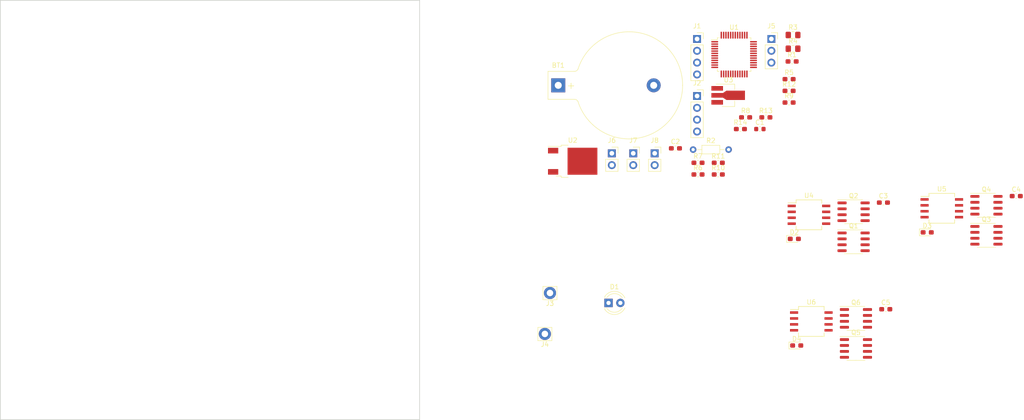
<source format=kicad_pcb>
(kicad_pcb (version 20171130) (host pcbnew 5.1.4)

  (general
    (thickness 1.6)
    (drawings 4)
    (tracks 0)
    (zones 0)
    (modules 44)
    (nets 60)
  )

  (page A4)
  (layers
    (0 F.Cu signal)
    (31 B.Cu signal)
    (32 B.Adhes user)
    (33 F.Adhes user)
    (34 B.Paste user)
    (35 F.Paste user)
    (36 B.SilkS user)
    (37 F.SilkS user)
    (38 B.Mask user)
    (39 F.Mask user)
    (40 Dwgs.User user)
    (41 Cmts.User user)
    (42 Eco1.User user)
    (43 Eco2.User user hide)
    (44 Edge.Cuts user)
    (45 Margin user)
    (46 B.CrtYd user)
    (47 F.CrtYd user)
    (48 B.Fab user)
    (49 F.Fab user)
  )

  (setup
    (last_trace_width 0.25)
    (user_trace_width 0.2)
    (user_trace_width 0.6)
    (user_trace_width 1)
    (user_trace_width 3)
    (trace_clearance 0.2)
    (zone_clearance 0.508)
    (zone_45_only yes)
    (trace_min 0.2)
    (via_size 0.8)
    (via_drill 0.4)
    (via_min_size 0.2)
    (via_min_drill 0)
    (user_via 0.3 0.2)
    (uvia_size 0.3)
    (uvia_drill 0.1)
    (uvias_allowed no)
    (uvia_min_size 0.2)
    (uvia_min_drill 0.1)
    (edge_width 0.2)
    (segment_width 0.2)
    (pcb_text_width 0.3)
    (pcb_text_size 1.5 1.5)
    (mod_edge_width 0.15)
    (mod_text_size 1 1)
    (mod_text_width 0.15)
    (pad_size 1.5 1.5)
    (pad_drill 0.9)
    (pad_to_mask_clearance 0)
    (solder_mask_min_width 0.25)
    (aux_axis_origin 0 0)
    (grid_origin 86.16442 77.15504)
    (visible_elements FFFFFF7F)
    (pcbplotparams
      (layerselection 0x010e0_ffffffff)
      (usegerberextensions false)
      (usegerberattributes false)
      (usegerberadvancedattributes false)
      (creategerberjobfile false)
      (excludeedgelayer true)
      (linewidth 0.100000)
      (plotframeref false)
      (viasonmask false)
      (mode 1)
      (useauxorigin false)
      (hpglpennumber 1)
      (hpglpenspeed 20)
      (hpglpendiameter 15.000000)
      (psnegative false)
      (psa4output false)
      (plotreference true)
      (plotvalue true)
      (plotinvisibletext false)
      (padsonsilk false)
      (subtractmaskfromsilk false)
      (outputformat 1)
      (mirror false)
      (drillshape 0)
      (scaleselection 1)
      (outputdirectory "/home/arm/dlt/"))
  )

  (net 0 "")
  (net 1 GND)
  (net 2 "Net-(BT1-Pad1)")
  (net 3 +3V3)
  (net 4 RCP)
  (net 5 "Net-(C5-Pad1)")
  (net 6 VCC)
  (net 7 +5V)
  (net 8 CN)
  (net 9 CP)
  (net 10 BP)
  (net 11 AN)
  (net 12 AP)
  (net 13 "Net-(Q2-Pad4)")
  (net 14 "Net-(Q3-Pad4)")
  (net 15 "Net-(Q4-Pad4)")
  (net 16 "Net-(Q5-Pad4)")
  (net 17 "Net-(Q6-Pad4)")
  (net 18 "Net-(R1-Pad1)")
  (net 19 V_SAMPLE)
  (net 20 Fc)
  (net 21 Fb)
  (net 22 Fa)
  (net 23 Fabc)
  (net 24 BN)
  (net 25 "Net-(C3-Pad1)")
  (net 26 /LED)
  (net 27 /BOUT)
  (net 28 /COUT)
  (net 29 /AOUT)
  (net 30 /SWDIO)
  (net 31 /SWCLK)
  (net 32 /TXD)
  (net 33 /RXD)
  (net 34 "Net-(Q1-Pad4)")
  (net 35 "Net-(U1-Pad46)")
  (net 36 "Net-(U1-Pad45)")
  (net 37 "Net-(U1-Pad41)")
  (net 38 "Net-(U1-Pad40)")
  (net 39 "Net-(U1-Pad39)")
  (net 40 "Net-(U1-Pad36)")
  (net 41 "Net-(U1-Pad35)")
  (net 42 "Net-(U1-Pad33)")
  (net 43 "Net-(U1-Pad32)")
  (net 44 "Net-(U1-Pad28)")
  (net 45 "Net-(U1-Pad27)")
  (net 46 "Net-(U1-Pad26)")
  (net 47 "Net-(U1-Pad25)")
  (net 48 "Net-(U1-Pad21)")
  (net 49 "Net-(U1-Pad20)")
  (net 50 "Net-(U1-Pad13)")
  (net 51 "Net-(U1-Pad12)")
  (net 52 "Net-(U1-Pad6)")
  (net 53 "Net-(U1-Pad5)")
  (net 54 "Net-(U1-Pad4)")
  (net 55 "Net-(U1-Pad3)")
  (net 56 "Net-(U1-Pad2)")
  (net 57 "Net-(C1-Pad1)")
  (net 58 "Net-(C4-Pad1)")
  (net 59 "Net-(D1-Pad2)")

  (net_class Default 这是默认网络组.
    (clearance 0.2)
    (trace_width 0.25)
    (via_dia 0.8)
    (via_drill 0.4)
    (uvia_dia 0.3)
    (uvia_drill 0.1)
    (add_net +3V3)
    (add_net +5V)
    (add_net /AOUT)
    (add_net /BOUT)
    (add_net /COUT)
    (add_net /LED)
    (add_net /RXD)
    (add_net /SWCLK)
    (add_net /SWDIO)
    (add_net /TXD)
    (add_net AN)
    (add_net AP)
    (add_net BN)
    (add_net BP)
    (add_net CN)
    (add_net CP)
    (add_net Fa)
    (add_net Fabc)
    (add_net Fb)
    (add_net Fc)
    (add_net GND)
    (add_net "Net-(BT1-Pad1)")
    (add_net "Net-(C1-Pad1)")
    (add_net "Net-(C3-Pad1)")
    (add_net "Net-(C4-Pad1)")
    (add_net "Net-(C5-Pad1)")
    (add_net "Net-(D1-Pad2)")
    (add_net "Net-(Q1-Pad4)")
    (add_net "Net-(Q2-Pad4)")
    (add_net "Net-(Q3-Pad4)")
    (add_net "Net-(Q4-Pad4)")
    (add_net "Net-(Q5-Pad4)")
    (add_net "Net-(Q6-Pad4)")
    (add_net "Net-(R1-Pad1)")
    (add_net "Net-(U1-Pad12)")
    (add_net "Net-(U1-Pad13)")
    (add_net "Net-(U1-Pad2)")
    (add_net "Net-(U1-Pad20)")
    (add_net "Net-(U1-Pad21)")
    (add_net "Net-(U1-Pad25)")
    (add_net "Net-(U1-Pad26)")
    (add_net "Net-(U1-Pad27)")
    (add_net "Net-(U1-Pad28)")
    (add_net "Net-(U1-Pad3)")
    (add_net "Net-(U1-Pad32)")
    (add_net "Net-(U1-Pad33)")
    (add_net "Net-(U1-Pad35)")
    (add_net "Net-(U1-Pad36)")
    (add_net "Net-(U1-Pad39)")
    (add_net "Net-(U1-Pad4)")
    (add_net "Net-(U1-Pad40)")
    (add_net "Net-(U1-Pad41)")
    (add_net "Net-(U1-Pad45)")
    (add_net "Net-(U1-Pad46)")
    (add_net "Net-(U1-Pad5)")
    (add_net "Net-(U1-Pad6)")
    (add_net RCP)
    (add_net VCC)
    (add_net V_SAMPLE)
  )

  (module Package_SO:SO-8_5.3x6.2mm_P1.27mm (layer F.Cu) (tedit 5A02F2D3) (tstamp 5DC3C1D3)
    (at 194.08222 88.920007)
    (descr "8-Lead Plastic Small Outline, 5.3x6.2mm Body (http://www.ti.com.cn/cn/lit/ds/symlink/tl7705a.pdf)")
    (tags "SOIC 1.27")
    (path /5DDC1E44/5DD851DD)
    (attr smd)
    (fp_text reference U6 (at 0 -4.13) (layer F.SilkS)
      (effects (font (size 1 1) (thickness 0.15)))
    )
    (fp_text value IR2103 (at 0 4.13) (layer F.Fab)
      (effects (font (size 1 1) (thickness 0.15)))
    )
    (fp_line (start -2.75 -2.55) (end -4.5 -2.55) (layer F.SilkS) (width 0.15))
    (fp_line (start -2.75 3.205) (end 2.75 3.205) (layer F.SilkS) (width 0.15))
    (fp_line (start -2.75 -3.205) (end 2.75 -3.205) (layer F.SilkS) (width 0.15))
    (fp_line (start -2.75 3.205) (end -2.75 2.455) (layer F.SilkS) (width 0.15))
    (fp_line (start 2.75 3.205) (end 2.75 2.455) (layer F.SilkS) (width 0.15))
    (fp_line (start 2.75 -3.205) (end 2.75 -2.455) (layer F.SilkS) (width 0.15))
    (fp_line (start -2.75 -3.205) (end -2.75 -2.55) (layer F.SilkS) (width 0.15))
    (fp_line (start -4.83 3.35) (end 4.83 3.35) (layer F.CrtYd) (width 0.05))
    (fp_line (start -4.83 -3.35) (end 4.83 -3.35) (layer F.CrtYd) (width 0.05))
    (fp_line (start 4.83 -3.35) (end 4.83 3.35) (layer F.CrtYd) (width 0.05))
    (fp_line (start -4.83 -3.35) (end -4.83 3.35) (layer F.CrtYd) (width 0.05))
    (fp_line (start -2.65 -2.1) (end -1.65 -3.1) (layer F.Fab) (width 0.15))
    (fp_line (start -2.65 3.1) (end -2.65 -2.1) (layer F.Fab) (width 0.15))
    (fp_line (start 2.65 3.1) (end -2.65 3.1) (layer F.Fab) (width 0.15))
    (fp_line (start 2.65 -3.1) (end 2.65 3.1) (layer F.Fab) (width 0.15))
    (fp_line (start -1.65 -3.1) (end 2.65 -3.1) (layer F.Fab) (width 0.15))
    (fp_text user %R (at 0 0) (layer F.Fab)
      (effects (font (size 1 1) (thickness 0.15)))
    )
    (pad 8 smd rect (at 3.7 -1.905) (size 1.75 0.55) (layers F.Cu F.Paste F.Mask)
      (net 5 "Net-(C5-Pad1)"))
    (pad 7 smd rect (at 3.7 -0.635) (size 1.75 0.55) (layers F.Cu F.Paste F.Mask)
      (net 16 "Net-(Q5-Pad4)"))
    (pad 6 smd rect (at 3.7 0.635) (size 1.75 0.55) (layers F.Cu F.Paste F.Mask)
      (net 29 /AOUT))
    (pad 5 smd rect (at 3.7 1.905) (size 1.75 0.55) (layers F.Cu F.Paste F.Mask)
      (net 17 "Net-(Q6-Pad4)"))
    (pad 4 smd rect (at -3.7 1.905) (size 1.75 0.55) (layers F.Cu F.Paste F.Mask)
      (net 1 GND))
    (pad 3 smd rect (at -3.7 0.635) (size 1.75 0.55) (layers F.Cu F.Paste F.Mask)
      (net 11 AN))
    (pad 2 smd rect (at -3.7 -0.635) (size 1.75 0.55) (layers F.Cu F.Paste F.Mask)
      (net 12 AP))
    (pad 1 smd rect (at -3.7 -1.905) (size 1.75 0.55) (layers F.Cu F.Paste F.Mask)
      (net 6 VCC))
    (model ${KISYS3DMOD}/Package_SO.3dshapes/SO-8_5.3x6.2mm_P1.27mm.wrl
      (at (xyz 0 0 0))
      (scale (xyz 1 1 1))
      (rotate (xyz 0 0 0))
    )
  )

  (module Package_SO:SO-8_5.3x6.2mm_P1.27mm (layer F.Cu) (tedit 5A02F2D3) (tstamp 5DC3C1B6)
    (at 222.09362 64.635407)
    (descr "8-Lead Plastic Small Outline, 5.3x6.2mm Body (http://www.ti.com.cn/cn/lit/ds/symlink/tl7705a.pdf)")
    (tags "SOIC 1.27")
    (path /5DD9D27F/5DD851DD)
    (attr smd)
    (fp_text reference U5 (at 0 -4.13) (layer F.SilkS)
      (effects (font (size 1 1) (thickness 0.15)))
    )
    (fp_text value IR2103 (at 0 4.13) (layer F.Fab)
      (effects (font (size 1 1) (thickness 0.15)))
    )
    (fp_line (start -2.75 -2.55) (end -4.5 -2.55) (layer F.SilkS) (width 0.15))
    (fp_line (start -2.75 3.205) (end 2.75 3.205) (layer F.SilkS) (width 0.15))
    (fp_line (start -2.75 -3.205) (end 2.75 -3.205) (layer F.SilkS) (width 0.15))
    (fp_line (start -2.75 3.205) (end -2.75 2.455) (layer F.SilkS) (width 0.15))
    (fp_line (start 2.75 3.205) (end 2.75 2.455) (layer F.SilkS) (width 0.15))
    (fp_line (start 2.75 -3.205) (end 2.75 -2.455) (layer F.SilkS) (width 0.15))
    (fp_line (start -2.75 -3.205) (end -2.75 -2.55) (layer F.SilkS) (width 0.15))
    (fp_line (start -4.83 3.35) (end 4.83 3.35) (layer F.CrtYd) (width 0.05))
    (fp_line (start -4.83 -3.35) (end 4.83 -3.35) (layer F.CrtYd) (width 0.05))
    (fp_line (start 4.83 -3.35) (end 4.83 3.35) (layer F.CrtYd) (width 0.05))
    (fp_line (start -4.83 -3.35) (end -4.83 3.35) (layer F.CrtYd) (width 0.05))
    (fp_line (start -2.65 -2.1) (end -1.65 -3.1) (layer F.Fab) (width 0.15))
    (fp_line (start -2.65 3.1) (end -2.65 -2.1) (layer F.Fab) (width 0.15))
    (fp_line (start 2.65 3.1) (end -2.65 3.1) (layer F.Fab) (width 0.15))
    (fp_line (start 2.65 -3.1) (end 2.65 3.1) (layer F.Fab) (width 0.15))
    (fp_line (start -1.65 -3.1) (end 2.65 -3.1) (layer F.Fab) (width 0.15))
    (fp_text user %R (at 0 0) (layer F.Fab)
      (effects (font (size 1 1) (thickness 0.15)))
    )
    (pad 8 smd rect (at 3.7 -1.905) (size 1.75 0.55) (layers F.Cu F.Paste F.Mask)
      (net 58 "Net-(C4-Pad1)"))
    (pad 7 smd rect (at 3.7 -0.635) (size 1.75 0.55) (layers F.Cu F.Paste F.Mask)
      (net 14 "Net-(Q3-Pad4)"))
    (pad 6 smd rect (at 3.7 0.635) (size 1.75 0.55) (layers F.Cu F.Paste F.Mask)
      (net 28 /COUT))
    (pad 5 smd rect (at 3.7 1.905) (size 1.75 0.55) (layers F.Cu F.Paste F.Mask)
      (net 15 "Net-(Q4-Pad4)"))
    (pad 4 smd rect (at -3.7 1.905) (size 1.75 0.55) (layers F.Cu F.Paste F.Mask)
      (net 1 GND))
    (pad 3 smd rect (at -3.7 0.635) (size 1.75 0.55) (layers F.Cu F.Paste F.Mask)
      (net 8 CN))
    (pad 2 smd rect (at -3.7 -0.635) (size 1.75 0.55) (layers F.Cu F.Paste F.Mask)
      (net 9 CP))
    (pad 1 smd rect (at -3.7 -1.905) (size 1.75 0.55) (layers F.Cu F.Paste F.Mask)
      (net 6 VCC))
    (model ${KISYS3DMOD}/Package_SO.3dshapes/SO-8_5.3x6.2mm_P1.27mm.wrl
      (at (xyz 0 0 0))
      (scale (xyz 1 1 1))
      (rotate (xyz 0 0 0))
    )
  )

  (module Package_SO:SO-8_5.3x6.2mm_P1.27mm (layer F.Cu) (tedit 5A02F2D3) (tstamp 5DC3C199)
    (at 193.57342 66.034607)
    (descr "8-Lead Plastic Small Outline, 5.3x6.2mm Body (http://www.ti.com.cn/cn/lit/ds/symlink/tl7705a.pdf)")
    (tags "SOIC 1.27")
    (path /5DD84A1A/5DD851DD)
    (attr smd)
    (fp_text reference U4 (at 0 -4.13) (layer F.SilkS)
      (effects (font (size 1 1) (thickness 0.15)))
    )
    (fp_text value IR2103 (at 0 4.13) (layer F.Fab)
      (effects (font (size 1 1) (thickness 0.15)))
    )
    (fp_line (start -2.75 -2.55) (end -4.5 -2.55) (layer F.SilkS) (width 0.15))
    (fp_line (start -2.75 3.205) (end 2.75 3.205) (layer F.SilkS) (width 0.15))
    (fp_line (start -2.75 -3.205) (end 2.75 -3.205) (layer F.SilkS) (width 0.15))
    (fp_line (start -2.75 3.205) (end -2.75 2.455) (layer F.SilkS) (width 0.15))
    (fp_line (start 2.75 3.205) (end 2.75 2.455) (layer F.SilkS) (width 0.15))
    (fp_line (start 2.75 -3.205) (end 2.75 -2.455) (layer F.SilkS) (width 0.15))
    (fp_line (start -2.75 -3.205) (end -2.75 -2.55) (layer F.SilkS) (width 0.15))
    (fp_line (start -4.83 3.35) (end 4.83 3.35) (layer F.CrtYd) (width 0.05))
    (fp_line (start -4.83 -3.35) (end 4.83 -3.35) (layer F.CrtYd) (width 0.05))
    (fp_line (start 4.83 -3.35) (end 4.83 3.35) (layer F.CrtYd) (width 0.05))
    (fp_line (start -4.83 -3.35) (end -4.83 3.35) (layer F.CrtYd) (width 0.05))
    (fp_line (start -2.65 -2.1) (end -1.65 -3.1) (layer F.Fab) (width 0.15))
    (fp_line (start -2.65 3.1) (end -2.65 -2.1) (layer F.Fab) (width 0.15))
    (fp_line (start 2.65 3.1) (end -2.65 3.1) (layer F.Fab) (width 0.15))
    (fp_line (start 2.65 -3.1) (end 2.65 3.1) (layer F.Fab) (width 0.15))
    (fp_line (start -1.65 -3.1) (end 2.65 -3.1) (layer F.Fab) (width 0.15))
    (fp_text user %R (at 0 0) (layer F.Fab)
      (effects (font (size 1 1) (thickness 0.15)))
    )
    (pad 8 smd rect (at 3.7 -1.905) (size 1.75 0.55) (layers F.Cu F.Paste F.Mask)
      (net 25 "Net-(C3-Pad1)"))
    (pad 7 smd rect (at 3.7 -0.635) (size 1.75 0.55) (layers F.Cu F.Paste F.Mask)
      (net 34 "Net-(Q1-Pad4)"))
    (pad 6 smd rect (at 3.7 0.635) (size 1.75 0.55) (layers F.Cu F.Paste F.Mask)
      (net 27 /BOUT))
    (pad 5 smd rect (at 3.7 1.905) (size 1.75 0.55) (layers F.Cu F.Paste F.Mask)
      (net 13 "Net-(Q2-Pad4)"))
    (pad 4 smd rect (at -3.7 1.905) (size 1.75 0.55) (layers F.Cu F.Paste F.Mask)
      (net 1 GND))
    (pad 3 smd rect (at -3.7 0.635) (size 1.75 0.55) (layers F.Cu F.Paste F.Mask)
      (net 24 BN))
    (pad 2 smd rect (at -3.7 -0.635) (size 1.75 0.55) (layers F.Cu F.Paste F.Mask)
      (net 10 BP))
    (pad 1 smd rect (at -3.7 -1.905) (size 1.75 0.55) (layers F.Cu F.Paste F.Mask)
      (net 6 VCC))
    (model ${KISYS3DMOD}/Package_SO.3dshapes/SO-8_5.3x6.2mm_P1.27mm.wrl
      (at (xyz 0 0 0))
      (scale (xyz 1 1 1))
      (rotate (xyz 0 0 0))
    )
  )

  (module Package_TO_SOT_SMD:SOT-89-3_Handsoldering (layer F.Cu) (tedit 5A02FF57) (tstamp 5DC3C17C)
    (at 175.85842 40.387407)
    (descr "SOT-89-3 Handsoldering")
    (tags "SOT-89-3 Handsoldering")
    (path /5DED247A)
    (attr smd)
    (fp_text reference U3 (at 0.45 -3.3) (layer F.SilkS)
      (effects (font (size 1 1) (thickness 0.15)))
    )
    (fp_text value REGULAR-7133-1 (at 0.5 3.15) (layer F.Fab)
      (effects (font (size 1 1) (thickness 0.15)))
    )
    (fp_line (start -0.13 -2.3) (end 1.68 -2.3) (layer F.Fab) (width 0.1))
    (fp_line (start -0.92 2.3) (end -0.92 -1.51) (layer F.Fab) (width 0.1))
    (fp_line (start 1.68 2.3) (end -0.92 2.3) (layer F.Fab) (width 0.1))
    (fp_line (start 1.68 -2.3) (end 1.68 2.3) (layer F.Fab) (width 0.1))
    (fp_line (start -0.92 -1.51) (end -0.13 -2.3) (layer F.Fab) (width 0.1))
    (fp_line (start 1.78 -2.4) (end 1.78 -1.2) (layer F.SilkS) (width 0.12))
    (fp_line (start -2.22 -2.4) (end 1.78 -2.4) (layer F.SilkS) (width 0.12))
    (fp_line (start 1.78 2.4) (end -0.92 2.4) (layer F.SilkS) (width 0.12))
    (fp_line (start 1.78 1.2) (end 1.78 2.4) (layer F.SilkS) (width 0.12))
    (fp_line (start -3.5 -2.55) (end -3.5 2.55) (layer F.CrtYd) (width 0.05))
    (fp_line (start 4.25 -2.55) (end -3.5 -2.55) (layer F.CrtYd) (width 0.05))
    (fp_line (start 4.25 2.55) (end 4.25 -2.55) (layer F.CrtYd) (width 0.05))
    (fp_line (start -3.5 2.55) (end 4.25 2.55) (layer F.CrtYd) (width 0.05))
    (fp_text user %R (at 0.38 0 90) (layer F.Fab)
      (effects (font (size 0.6 0.6) (thickness 0.09)))
    )
    (pad 2 smd trapezoid (at -0.37 0 90) (size 1.5 0.75) (rect_delta 0 0.5 ) (layers F.Cu F.Paste F.Mask)
      (net 7 +5V))
    (pad 2 smd rect (at 1.98 0 270) (size 2 4) (layers F.Cu F.Paste F.Mask)
      (net 7 +5V))
    (pad 3 smd rect (at -1.98 1.5 270) (size 1 2.5) (layers F.Cu F.Paste F.Mask)
      (net 3 +3V3))
    (pad 2 smd rect (at -1.98 0 270) (size 1 2.5) (layers F.Cu F.Paste F.Mask)
      (net 7 +5V))
    (pad 1 smd rect (at -1.98 -1.5 270) (size 1 2.5) (layers F.Cu F.Paste F.Mask)
      (net 1 GND))
    (model ${KISYS3DMOD}/Package_TO_SOT_SMD.3dshapes/SOT-89-3.wrl
      (at (xyz 0 0 0))
      (scale (xyz 1 1 1))
      (rotate (xyz 0 0 0))
    )
  )

  (module Package_TO_SOT_SMD:TO-252-2 (layer F.Cu) (tedit 5A70A390) (tstamp 5DC3C165)
    (at 142.85842 54.537407)
    (descr "TO-252 / DPAK SMD package, http://www.infineon.com/cms/en/product/packages/PG-TO252/PG-TO252-3-1/")
    (tags "DPAK TO-252 DPAK-3 TO-252-3 SOT-428")
    (path /5B67EF35)
    (attr smd)
    (fp_text reference U2 (at 0 -4.5) (layer F.SilkS)
      (effects (font (size 1 1) (thickness 0.15)))
    )
    (fp_text value KA78M05_TO252 (at 0 4.5) (layer F.Fab)
      (effects (font (size 1 1) (thickness 0.15)))
    )
    (fp_text user %R (at 0 0) (layer F.Fab)
      (effects (font (size 1 1) (thickness 0.15)))
    )
    (fp_line (start 5.55 -3.5) (end -5.55 -3.5) (layer F.CrtYd) (width 0.05))
    (fp_line (start 5.55 3.5) (end 5.55 -3.5) (layer F.CrtYd) (width 0.05))
    (fp_line (start -5.55 3.5) (end 5.55 3.5) (layer F.CrtYd) (width 0.05))
    (fp_line (start -5.55 -3.5) (end -5.55 3.5) (layer F.CrtYd) (width 0.05))
    (fp_line (start -2.47 3.18) (end -3.57 3.18) (layer F.SilkS) (width 0.12))
    (fp_line (start -2.47 3.45) (end -2.47 3.18) (layer F.SilkS) (width 0.12))
    (fp_line (start -0.97 3.45) (end -2.47 3.45) (layer F.SilkS) (width 0.12))
    (fp_line (start -2.47 -3.18) (end -5.3 -3.18) (layer F.SilkS) (width 0.12))
    (fp_line (start -2.47 -3.45) (end -2.47 -3.18) (layer F.SilkS) (width 0.12))
    (fp_line (start -0.97 -3.45) (end -2.47 -3.45) (layer F.SilkS) (width 0.12))
    (fp_line (start -4.97 2.655) (end -2.27 2.655) (layer F.Fab) (width 0.1))
    (fp_line (start -4.97 1.905) (end -4.97 2.655) (layer F.Fab) (width 0.1))
    (fp_line (start -2.27 1.905) (end -4.97 1.905) (layer F.Fab) (width 0.1))
    (fp_line (start -4.97 -1.905) (end -2.27 -1.905) (layer F.Fab) (width 0.1))
    (fp_line (start -4.97 -2.655) (end -4.97 -1.905) (layer F.Fab) (width 0.1))
    (fp_line (start -1.865 -2.655) (end -4.97 -2.655) (layer F.Fab) (width 0.1))
    (fp_line (start -1.27 -3.25) (end 3.95 -3.25) (layer F.Fab) (width 0.1))
    (fp_line (start -2.27 -2.25) (end -1.27 -3.25) (layer F.Fab) (width 0.1))
    (fp_line (start -2.27 3.25) (end -2.27 -2.25) (layer F.Fab) (width 0.1))
    (fp_line (start 3.95 3.25) (end -2.27 3.25) (layer F.Fab) (width 0.1))
    (fp_line (start 3.95 -3.25) (end 3.95 3.25) (layer F.Fab) (width 0.1))
    (fp_line (start 4.95 2.7) (end 3.95 2.7) (layer F.Fab) (width 0.1))
    (fp_line (start 4.95 -2.7) (end 4.95 2.7) (layer F.Fab) (width 0.1))
    (fp_line (start 3.95 -2.7) (end 4.95 -2.7) (layer F.Fab) (width 0.1))
    (pad "" smd rect (at 0.425 1.525) (size 3.05 2.75) (layers F.Paste))
    (pad "" smd rect (at 3.775 -1.525) (size 3.05 2.75) (layers F.Paste))
    (pad "" smd rect (at 0.425 -1.525) (size 3.05 2.75) (layers F.Paste))
    (pad "" smd rect (at 3.775 1.525) (size 3.05 2.75) (layers F.Paste))
    (pad 2 smd rect (at 2.1 0) (size 6.4 5.8) (layers F.Cu F.Mask)
      (net 1 GND))
    (pad 3 smd rect (at -4.2 2.28) (size 2.2 1.2) (layers F.Cu F.Paste F.Mask)
      (net 7 +5V))
    (pad 1 smd rect (at -4.2 -2.28) (size 2.2 1.2) (layers F.Cu F.Paste F.Mask)
      (net 6 VCC))
    (model ${KISYS3DMOD}/Package_TO_SOT_SMD.3dshapes/TO-252-2.wrl
      (at (xyz 0 0 0))
      (scale (xyz 1 1 1))
      (rotate (xyz 0 0 0))
    )
  )

  (module Package_QFP:LQFP-48_7x7mm_P0.5mm (layer F.Cu) (tedit 5C18330E) (tstamp 5DC3C141)
    (at 177.50842 31.637407)
    (descr "LQFP, 48 Pin (https://www.analog.com/media/en/technical-documentation/data-sheets/ltc2358-16.pdf), generated with kicad-footprint-generator ipc_gullwing_generator.py")
    (tags "LQFP QFP")
    (path /5B67FA0E)
    (attr smd)
    (fp_text reference U1 (at 0 -5.85) (layer F.SilkS)
      (effects (font (size 1 1) (thickness 0.15)))
    )
    (fp_text value STM32F051C8Tx (at 0 5.85) (layer F.Fab)
      (effects (font (size 1 1) (thickness 0.15)))
    )
    (fp_text user %R (at 0 0) (layer F.Fab)
      (effects (font (size 1 1) (thickness 0.15)))
    )
    (fp_line (start 5.15 3.15) (end 5.15 0) (layer F.CrtYd) (width 0.05))
    (fp_line (start 3.75 3.15) (end 5.15 3.15) (layer F.CrtYd) (width 0.05))
    (fp_line (start 3.75 3.75) (end 3.75 3.15) (layer F.CrtYd) (width 0.05))
    (fp_line (start 3.15 3.75) (end 3.75 3.75) (layer F.CrtYd) (width 0.05))
    (fp_line (start 3.15 5.15) (end 3.15 3.75) (layer F.CrtYd) (width 0.05))
    (fp_line (start 0 5.15) (end 3.15 5.15) (layer F.CrtYd) (width 0.05))
    (fp_line (start -5.15 3.15) (end -5.15 0) (layer F.CrtYd) (width 0.05))
    (fp_line (start -3.75 3.15) (end -5.15 3.15) (layer F.CrtYd) (width 0.05))
    (fp_line (start -3.75 3.75) (end -3.75 3.15) (layer F.CrtYd) (width 0.05))
    (fp_line (start -3.15 3.75) (end -3.75 3.75) (layer F.CrtYd) (width 0.05))
    (fp_line (start -3.15 5.15) (end -3.15 3.75) (layer F.CrtYd) (width 0.05))
    (fp_line (start 0 5.15) (end -3.15 5.15) (layer F.CrtYd) (width 0.05))
    (fp_line (start 5.15 -3.15) (end 5.15 0) (layer F.CrtYd) (width 0.05))
    (fp_line (start 3.75 -3.15) (end 5.15 -3.15) (layer F.CrtYd) (width 0.05))
    (fp_line (start 3.75 -3.75) (end 3.75 -3.15) (layer F.CrtYd) (width 0.05))
    (fp_line (start 3.15 -3.75) (end 3.75 -3.75) (layer F.CrtYd) (width 0.05))
    (fp_line (start 3.15 -5.15) (end 3.15 -3.75) (layer F.CrtYd) (width 0.05))
    (fp_line (start 0 -5.15) (end 3.15 -5.15) (layer F.CrtYd) (width 0.05))
    (fp_line (start -5.15 -3.15) (end -5.15 0) (layer F.CrtYd) (width 0.05))
    (fp_line (start -3.75 -3.15) (end -5.15 -3.15) (layer F.CrtYd) (width 0.05))
    (fp_line (start -3.75 -3.75) (end -3.75 -3.15) (layer F.CrtYd) (width 0.05))
    (fp_line (start -3.15 -3.75) (end -3.75 -3.75) (layer F.CrtYd) (width 0.05))
    (fp_line (start -3.15 -5.15) (end -3.15 -3.75) (layer F.CrtYd) (width 0.05))
    (fp_line (start 0 -5.15) (end -3.15 -5.15) (layer F.CrtYd) (width 0.05))
    (fp_line (start -3.5 -2.5) (end -2.5 -3.5) (layer F.Fab) (width 0.1))
    (fp_line (start -3.5 3.5) (end -3.5 -2.5) (layer F.Fab) (width 0.1))
    (fp_line (start 3.5 3.5) (end -3.5 3.5) (layer F.Fab) (width 0.1))
    (fp_line (start 3.5 -3.5) (end 3.5 3.5) (layer F.Fab) (width 0.1))
    (fp_line (start -2.5 -3.5) (end 3.5 -3.5) (layer F.Fab) (width 0.1))
    (fp_line (start -3.61 -3.16) (end -4.9 -3.16) (layer F.SilkS) (width 0.12))
    (fp_line (start -3.61 -3.61) (end -3.61 -3.16) (layer F.SilkS) (width 0.12))
    (fp_line (start -3.16 -3.61) (end -3.61 -3.61) (layer F.SilkS) (width 0.12))
    (fp_line (start 3.61 -3.61) (end 3.61 -3.16) (layer F.SilkS) (width 0.12))
    (fp_line (start 3.16 -3.61) (end 3.61 -3.61) (layer F.SilkS) (width 0.12))
    (fp_line (start -3.61 3.61) (end -3.61 3.16) (layer F.SilkS) (width 0.12))
    (fp_line (start -3.16 3.61) (end -3.61 3.61) (layer F.SilkS) (width 0.12))
    (fp_line (start 3.61 3.61) (end 3.61 3.16) (layer F.SilkS) (width 0.12))
    (fp_line (start 3.16 3.61) (end 3.61 3.61) (layer F.SilkS) (width 0.12))
    (pad 48 smd roundrect (at -2.75 -4.1625) (size 0.3 1.475) (layers F.Cu F.Paste F.Mask) (roundrect_rratio 0.25)
      (net 3 +3V3))
    (pad 47 smd roundrect (at -2.25 -4.1625) (size 0.3 1.475) (layers F.Cu F.Paste F.Mask) (roundrect_rratio 0.25)
      (net 1 GND))
    (pad 46 smd roundrect (at -1.75 -4.1625) (size 0.3 1.475) (layers F.Cu F.Paste F.Mask) (roundrect_rratio 0.25)
      (net 35 "Net-(U1-Pad46)"))
    (pad 45 smd roundrect (at -1.25 -4.1625) (size 0.3 1.475) (layers F.Cu F.Paste F.Mask) (roundrect_rratio 0.25)
      (net 36 "Net-(U1-Pad45)"))
    (pad 44 smd roundrect (at -0.75 -4.1625) (size 0.3 1.475) (layers F.Cu F.Paste F.Mask) (roundrect_rratio 0.25)
      (net 1 GND))
    (pad 43 smd roundrect (at -0.25 -4.1625) (size 0.3 1.475) (layers F.Cu F.Paste F.Mask) (roundrect_rratio 0.25)
      (net 33 /RXD))
    (pad 42 smd roundrect (at 0.25 -4.1625) (size 0.3 1.475) (layers F.Cu F.Paste F.Mask) (roundrect_rratio 0.25)
      (net 32 /TXD))
    (pad 41 smd roundrect (at 0.75 -4.1625) (size 0.3 1.475) (layers F.Cu F.Paste F.Mask) (roundrect_rratio 0.25)
      (net 37 "Net-(U1-Pad41)"))
    (pad 40 smd roundrect (at 1.25 -4.1625) (size 0.3 1.475) (layers F.Cu F.Paste F.Mask) (roundrect_rratio 0.25)
      (net 38 "Net-(U1-Pad40)"))
    (pad 39 smd roundrect (at 1.75 -4.1625) (size 0.3 1.475) (layers F.Cu F.Paste F.Mask) (roundrect_rratio 0.25)
      (net 39 "Net-(U1-Pad39)"))
    (pad 38 smd roundrect (at 2.25 -4.1625) (size 0.3 1.475) (layers F.Cu F.Paste F.Mask) (roundrect_rratio 0.25)
      (net 4 RCP))
    (pad 37 smd roundrect (at 2.75 -4.1625) (size 0.3 1.475) (layers F.Cu F.Paste F.Mask) (roundrect_rratio 0.25)
      (net 31 /SWCLK))
    (pad 36 smd roundrect (at 4.1625 -2.75) (size 1.475 0.3) (layers F.Cu F.Paste F.Mask) (roundrect_rratio 0.25)
      (net 40 "Net-(U1-Pad36)"))
    (pad 35 smd roundrect (at 4.1625 -2.25) (size 1.475 0.3) (layers F.Cu F.Paste F.Mask) (roundrect_rratio 0.25)
      (net 41 "Net-(U1-Pad35)"))
    (pad 34 smd roundrect (at 4.1625 -1.75) (size 1.475 0.3) (layers F.Cu F.Paste F.Mask) (roundrect_rratio 0.25)
      (net 30 /SWDIO))
    (pad 33 smd roundrect (at 4.1625 -1.25) (size 1.475 0.3) (layers F.Cu F.Paste F.Mask) (roundrect_rratio 0.25)
      (net 42 "Net-(U1-Pad33)"))
    (pad 32 smd roundrect (at 4.1625 -0.75) (size 1.475 0.3) (layers F.Cu F.Paste F.Mask) (roundrect_rratio 0.25)
      (net 43 "Net-(U1-Pad32)"))
    (pad 31 smd roundrect (at 4.1625 -0.25) (size 1.475 0.3) (layers F.Cu F.Paste F.Mask) (roundrect_rratio 0.25)
      (net 8 CN))
    (pad 30 smd roundrect (at 4.1625 0.25) (size 1.475 0.3) (layers F.Cu F.Paste F.Mask) (roundrect_rratio 0.25)
      (net 24 BN))
    (pad 29 smd roundrect (at 4.1625 0.75) (size 1.475 0.3) (layers F.Cu F.Paste F.Mask) (roundrect_rratio 0.25)
      (net 11 AN))
    (pad 28 smd roundrect (at 4.1625 1.25) (size 1.475 0.3) (layers F.Cu F.Paste F.Mask) (roundrect_rratio 0.25)
      (net 44 "Net-(U1-Pad28)"))
    (pad 27 smd roundrect (at 4.1625 1.75) (size 1.475 0.3) (layers F.Cu F.Paste F.Mask) (roundrect_rratio 0.25)
      (net 45 "Net-(U1-Pad27)"))
    (pad 26 smd roundrect (at 4.1625 2.25) (size 1.475 0.3) (layers F.Cu F.Paste F.Mask) (roundrect_rratio 0.25)
      (net 46 "Net-(U1-Pad26)"))
    (pad 25 smd roundrect (at 4.1625 2.75) (size 1.475 0.3) (layers F.Cu F.Paste F.Mask) (roundrect_rratio 0.25)
      (net 47 "Net-(U1-Pad25)"))
    (pad 24 smd roundrect (at 2.75 4.1625) (size 0.3 1.475) (layers F.Cu F.Paste F.Mask) (roundrect_rratio 0.25)
      (net 3 +3V3))
    (pad 23 smd roundrect (at 2.25 4.1625) (size 0.3 1.475) (layers F.Cu F.Paste F.Mask) (roundrect_rratio 0.25)
      (net 1 GND))
    (pad 22 smd roundrect (at 1.75 4.1625) (size 0.3 1.475) (layers F.Cu F.Paste F.Mask) (roundrect_rratio 0.25)
      (net 26 /LED))
    (pad 21 smd roundrect (at 1.25 4.1625) (size 0.3 1.475) (layers F.Cu F.Paste F.Mask) (roundrect_rratio 0.25)
      (net 48 "Net-(U1-Pad21)"))
    (pad 20 smd roundrect (at 0.75 4.1625) (size 0.3 1.475) (layers F.Cu F.Paste F.Mask) (roundrect_rratio 0.25)
      (net 49 "Net-(U1-Pad20)"))
    (pad 19 smd roundrect (at 0.25 4.1625) (size 0.3 1.475) (layers F.Cu F.Paste F.Mask) (roundrect_rratio 0.25)
      (net 9 CP))
    (pad 18 smd roundrect (at -0.25 4.1625) (size 0.3 1.475) (layers F.Cu F.Paste F.Mask) (roundrect_rratio 0.25)
      (net 10 BP))
    (pad 17 smd roundrect (at -0.75 4.1625) (size 0.3 1.475) (layers F.Cu F.Paste F.Mask) (roundrect_rratio 0.25)
      (net 12 AP))
    (pad 16 smd roundrect (at -1.25 4.1625) (size 0.3 1.475) (layers F.Cu F.Paste F.Mask) (roundrect_rratio 0.25)
      (net 19 V_SAMPLE))
    (pad 15 smd roundrect (at -1.75 4.1625) (size 0.3 1.475) (layers F.Cu F.Paste F.Mask) (roundrect_rratio 0.25)
      (net 22 Fa))
    (pad 14 smd roundrect (at -2.25 4.1625) (size 0.3 1.475) (layers F.Cu F.Paste F.Mask) (roundrect_rratio 0.25)
      (net 21 Fb))
    (pad 13 smd roundrect (at -2.75 4.1625) (size 0.3 1.475) (layers F.Cu F.Paste F.Mask) (roundrect_rratio 0.25)
      (net 50 "Net-(U1-Pad13)"))
    (pad 12 smd roundrect (at -4.1625 2.75) (size 1.475 0.3) (layers F.Cu F.Paste F.Mask) (roundrect_rratio 0.25)
      (net 51 "Net-(U1-Pad12)"))
    (pad 11 smd roundrect (at -4.1625 2.25) (size 1.475 0.3) (layers F.Cu F.Paste F.Mask) (roundrect_rratio 0.25)
      (net 23 Fabc))
    (pad 10 smd roundrect (at -4.1625 1.75) (size 1.475 0.3) (layers F.Cu F.Paste F.Mask) (roundrect_rratio 0.25)
      (net 20 Fc))
    (pad 9 smd roundrect (at -4.1625 1.25) (size 1.475 0.3) (layers F.Cu F.Paste F.Mask) (roundrect_rratio 0.25)
      (net 3 +3V3))
    (pad 8 smd roundrect (at -4.1625 0.75) (size 1.475 0.3) (layers F.Cu F.Paste F.Mask) (roundrect_rratio 0.25)
      (net 1 GND))
    (pad 7 smd roundrect (at -4.1625 0.25) (size 1.475 0.3) (layers F.Cu F.Paste F.Mask) (roundrect_rratio 0.25)
      (net 18 "Net-(R1-Pad1)"))
    (pad 6 smd roundrect (at -4.1625 -0.25) (size 1.475 0.3) (layers F.Cu F.Paste F.Mask) (roundrect_rratio 0.25)
      (net 52 "Net-(U1-Pad6)"))
    (pad 5 smd roundrect (at -4.1625 -0.75) (size 1.475 0.3) (layers F.Cu F.Paste F.Mask) (roundrect_rratio 0.25)
      (net 53 "Net-(U1-Pad5)"))
    (pad 4 smd roundrect (at -4.1625 -1.25) (size 1.475 0.3) (layers F.Cu F.Paste F.Mask) (roundrect_rratio 0.25)
      (net 54 "Net-(U1-Pad4)"))
    (pad 3 smd roundrect (at -4.1625 -1.75) (size 1.475 0.3) (layers F.Cu F.Paste F.Mask) (roundrect_rratio 0.25)
      (net 55 "Net-(U1-Pad3)"))
    (pad 2 smd roundrect (at -4.1625 -2.25) (size 1.475 0.3) (layers F.Cu F.Paste F.Mask) (roundrect_rratio 0.25)
      (net 56 "Net-(U1-Pad2)"))
    (pad 1 smd roundrect (at -4.1625 -2.75) (size 1.475 0.3) (layers F.Cu F.Paste F.Mask) (roundrect_rratio 0.25)
      (net 2 "Net-(BT1-Pad1)"))
    (model ${KISYS3DMOD}/Package_QFP.3dshapes/LQFP-48_7x7mm_P0.5mm.wrl
      (at (xyz 0 0 0))
      (scale (xyz 1 1 1))
      (rotate (xyz 0 0 0))
    )
  )

  (module Resistor_SMD:R_0603_1608Metric_Pad1.05x0.95mm_HandSolder (layer F.Cu) (tedit 5B301BBD) (tstamp 5DC3C0E6)
    (at 178.85842 47.627407)
    (descr "Resistor SMD 0603 (1608 Metric), square (rectangular) end terminal, IPC_7351 nominal with elongated pad for handsoldering. (Body size source: http://www.tortai-tech.com/upload/download/2011102023233369053.pdf), generated with kicad-footprint-generator")
    (tags "resistor handsolder")
    (path /5B688691)
    (attr smd)
    (fp_text reference R14 (at 0 -1.43) (layer F.SilkS)
      (effects (font (size 1 1) (thickness 0.15)))
    )
    (fp_text value 20k (at 0 1.43) (layer F.Fab)
      (effects (font (size 1 1) (thickness 0.15)))
    )
    (fp_text user %R (at 0 0) (layer F.Fab)
      (effects (font (size 0.4 0.4) (thickness 0.06)))
    )
    (fp_line (start 1.65 0.73) (end -1.65 0.73) (layer F.CrtYd) (width 0.05))
    (fp_line (start 1.65 -0.73) (end 1.65 0.73) (layer F.CrtYd) (width 0.05))
    (fp_line (start -1.65 -0.73) (end 1.65 -0.73) (layer F.CrtYd) (width 0.05))
    (fp_line (start -1.65 0.73) (end -1.65 -0.73) (layer F.CrtYd) (width 0.05))
    (fp_line (start -0.171267 0.51) (end 0.171267 0.51) (layer F.SilkS) (width 0.12))
    (fp_line (start -0.171267 -0.51) (end 0.171267 -0.51) (layer F.SilkS) (width 0.12))
    (fp_line (start 0.8 0.4) (end -0.8 0.4) (layer F.Fab) (width 0.1))
    (fp_line (start 0.8 -0.4) (end 0.8 0.4) (layer F.Fab) (width 0.1))
    (fp_line (start -0.8 -0.4) (end 0.8 -0.4) (layer F.Fab) (width 0.1))
    (fp_line (start -0.8 0.4) (end -0.8 -0.4) (layer F.Fab) (width 0.1))
    (pad 2 smd roundrect (at 0.875 0) (size 1.05 0.95) (layers F.Cu F.Paste F.Mask) (roundrect_rratio 0.25)
      (net 23 Fabc))
    (pad 1 smd roundrect (at -0.875 0) (size 1.05 0.95) (layers F.Cu F.Paste F.Mask) (roundrect_rratio 0.25)
      (net 28 /COUT))
    (model ${KISYS3DMOD}/Resistor_SMD.3dshapes/R_0603_1608Metric.wrl
      (at (xyz 0 0 0))
      (scale (xyz 1 1 1))
      (rotate (xyz 0 0 0))
    )
  )

  (module Resistor_SMD:R_0603_1608Metric_Pad1.05x0.95mm_HandSolder (layer F.Cu) (tedit 5B301BBD) (tstamp 5DC3C0D5)
    (at 184.32842 45.117407)
    (descr "Resistor SMD 0603 (1608 Metric), square (rectangular) end terminal, IPC_7351 nominal with elongated pad for handsoldering. (Body size source: http://www.tortai-tech.com/upload/download/2011102023233369053.pdf), generated with kicad-footprint-generator")
    (tags "resistor handsolder")
    (path /5B688667)
    (attr smd)
    (fp_text reference R13 (at 0 -1.43) (layer F.SilkS)
      (effects (font (size 1 1) (thickness 0.15)))
    )
    (fp_text value 20k (at 0 1.43) (layer F.Fab)
      (effects (font (size 1 1) (thickness 0.15)))
    )
    (fp_text user %R (at 0 0) (layer F.Fab)
      (effects (font (size 0.4 0.4) (thickness 0.06)))
    )
    (fp_line (start 1.65 0.73) (end -1.65 0.73) (layer F.CrtYd) (width 0.05))
    (fp_line (start 1.65 -0.73) (end 1.65 0.73) (layer F.CrtYd) (width 0.05))
    (fp_line (start -1.65 -0.73) (end 1.65 -0.73) (layer F.CrtYd) (width 0.05))
    (fp_line (start -1.65 0.73) (end -1.65 -0.73) (layer F.CrtYd) (width 0.05))
    (fp_line (start -0.171267 0.51) (end 0.171267 0.51) (layer F.SilkS) (width 0.12))
    (fp_line (start -0.171267 -0.51) (end 0.171267 -0.51) (layer F.SilkS) (width 0.12))
    (fp_line (start 0.8 0.4) (end -0.8 0.4) (layer F.Fab) (width 0.1))
    (fp_line (start 0.8 -0.4) (end 0.8 0.4) (layer F.Fab) (width 0.1))
    (fp_line (start -0.8 -0.4) (end 0.8 -0.4) (layer F.Fab) (width 0.1))
    (fp_line (start -0.8 0.4) (end -0.8 -0.4) (layer F.Fab) (width 0.1))
    (pad 2 smd roundrect (at 0.875 0) (size 1.05 0.95) (layers F.Cu F.Paste F.Mask) (roundrect_rratio 0.25)
      (net 23 Fabc))
    (pad 1 smd roundrect (at -0.875 0) (size 1.05 0.95) (layers F.Cu F.Paste F.Mask) (roundrect_rratio 0.25)
      (net 27 /BOUT))
    (model ${KISYS3DMOD}/Resistor_SMD.3dshapes/R_0603_1608Metric.wrl
      (at (xyz 0 0 0))
      (scale (xyz 1 1 1))
      (rotate (xyz 0 0 0))
    )
  )

  (module Resistor_SMD:R_0603_1608Metric_Pad1.05x0.95mm_HandSolder (layer F.Cu) (tedit 5B301BBD) (tstamp 5DC3C0C4)
    (at 189.30842 39.427407)
    (descr "Resistor SMD 0603 (1608 Metric), square (rectangular) end terminal, IPC_7351 nominal with elongated pad for handsoldering. (Body size source: http://www.tortai-tech.com/upload/download/2011102023233369053.pdf), generated with kicad-footprint-generator")
    (tags "resistor handsolder")
    (path /5B688790)
    (attr smd)
    (fp_text reference R12 (at 0 -1.43) (layer F.SilkS)
      (effects (font (size 1 1) (thickness 0.15)))
    )
    (fp_text value 1k (at 0 1.43) (layer F.Fab)
      (effects (font (size 1 1) (thickness 0.15)))
    )
    (fp_text user %R (at 0 0) (layer F.Fab)
      (effects (font (size 0.4 0.4) (thickness 0.06)))
    )
    (fp_line (start 1.65 0.73) (end -1.65 0.73) (layer F.CrtYd) (width 0.05))
    (fp_line (start 1.65 -0.73) (end 1.65 0.73) (layer F.CrtYd) (width 0.05))
    (fp_line (start -1.65 -0.73) (end 1.65 -0.73) (layer F.CrtYd) (width 0.05))
    (fp_line (start -1.65 0.73) (end -1.65 -0.73) (layer F.CrtYd) (width 0.05))
    (fp_line (start -0.171267 0.51) (end 0.171267 0.51) (layer F.SilkS) (width 0.12))
    (fp_line (start -0.171267 -0.51) (end 0.171267 -0.51) (layer F.SilkS) (width 0.12))
    (fp_line (start 0.8 0.4) (end -0.8 0.4) (layer F.Fab) (width 0.1))
    (fp_line (start 0.8 -0.4) (end 0.8 0.4) (layer F.Fab) (width 0.1))
    (fp_line (start -0.8 -0.4) (end 0.8 -0.4) (layer F.Fab) (width 0.1))
    (fp_line (start -0.8 0.4) (end -0.8 -0.4) (layer F.Fab) (width 0.1))
    (pad 2 smd roundrect (at 0.875 0) (size 1.05 0.95) (layers F.Cu F.Paste F.Mask) (roundrect_rratio 0.25)
      (net 1 GND))
    (pad 1 smd roundrect (at -0.875 0) (size 1.05 0.95) (layers F.Cu F.Paste F.Mask) (roundrect_rratio 0.25)
      (net 23 Fabc))
    (model ${KISYS3DMOD}/Resistor_SMD.3dshapes/R_0603_1608Metric.wrl
      (at (xyz 0 0 0))
      (scale (xyz 1 1 1))
      (rotate (xyz 0 0 0))
    )
  )

  (module Resistor_SMD:R_0603_1608Metric_Pad1.05x0.95mm_HandSolder (layer F.Cu) (tedit 5B301BBD) (tstamp 5DC3C0B3)
    (at 174.10842 54.867407)
    (descr "Resistor SMD 0603 (1608 Metric), square (rectangular) end terminal, IPC_7351 nominal with elongated pad for handsoldering. (Body size source: http://www.tortai-tech.com/upload/download/2011102023233369053.pdf), generated with kicad-footprint-generator")
    (tags "resistor handsolder")
    (path /5B68863F)
    (attr smd)
    (fp_text reference R11 (at 0 -1.43) (layer F.SilkS)
      (effects (font (size 1 1) (thickness 0.15)))
    )
    (fp_text value 20k (at 0 1.43) (layer F.Fab)
      (effects (font (size 1 1) (thickness 0.15)))
    )
    (fp_text user %R (at 0 0) (layer F.Fab)
      (effects (font (size 0.4 0.4) (thickness 0.06)))
    )
    (fp_line (start 1.65 0.73) (end -1.65 0.73) (layer F.CrtYd) (width 0.05))
    (fp_line (start 1.65 -0.73) (end 1.65 0.73) (layer F.CrtYd) (width 0.05))
    (fp_line (start -1.65 -0.73) (end 1.65 -0.73) (layer F.CrtYd) (width 0.05))
    (fp_line (start -1.65 0.73) (end -1.65 -0.73) (layer F.CrtYd) (width 0.05))
    (fp_line (start -0.171267 0.51) (end 0.171267 0.51) (layer F.SilkS) (width 0.12))
    (fp_line (start -0.171267 -0.51) (end 0.171267 -0.51) (layer F.SilkS) (width 0.12))
    (fp_line (start 0.8 0.4) (end -0.8 0.4) (layer F.Fab) (width 0.1))
    (fp_line (start 0.8 -0.4) (end 0.8 0.4) (layer F.Fab) (width 0.1))
    (fp_line (start -0.8 -0.4) (end 0.8 -0.4) (layer F.Fab) (width 0.1))
    (fp_line (start -0.8 0.4) (end -0.8 -0.4) (layer F.Fab) (width 0.1))
    (pad 2 smd roundrect (at 0.875 0) (size 1.05 0.95) (layers F.Cu F.Paste F.Mask) (roundrect_rratio 0.25)
      (net 23 Fabc))
    (pad 1 smd roundrect (at -0.875 0) (size 1.05 0.95) (layers F.Cu F.Paste F.Mask) (roundrect_rratio 0.25)
      (net 29 /AOUT))
    (model ${KISYS3DMOD}/Resistor_SMD.3dshapes/R_0603_1608Metric.wrl
      (at (xyz 0 0 0))
      (scale (xyz 1 1 1))
      (rotate (xyz 0 0 0))
    )
  )

  (module Resistor_SMD:R_0603_1608Metric_Pad1.05x0.95mm_HandSolder (layer F.Cu) (tedit 5B301BBD) (tstamp 5DC3C0A2)
    (at 174.10842 57.377407)
    (descr "Resistor SMD 0603 (1608 Metric), square (rectangular) end terminal, IPC_7351 nominal with elongated pad for handsoldering. (Body size source: http://www.tortai-tech.com/upload/download/2011102023233369053.pdf), generated with kicad-footprint-generator")
    (tags "resistor handsolder")
    (path /5B688756)
    (attr smd)
    (fp_text reference R10 (at 0 -1.43) (layer F.SilkS)
      (effects (font (size 1 1) (thickness 0.15)))
    )
    (fp_text value 3k (at 0 1.43) (layer F.Fab)
      (effects (font (size 1 1) (thickness 0.15)))
    )
    (fp_text user %R (at 0 0) (layer F.Fab)
      (effects (font (size 0.4 0.4) (thickness 0.06)))
    )
    (fp_line (start 1.65 0.73) (end -1.65 0.73) (layer F.CrtYd) (width 0.05))
    (fp_line (start 1.65 -0.73) (end 1.65 0.73) (layer F.CrtYd) (width 0.05))
    (fp_line (start -1.65 -0.73) (end 1.65 -0.73) (layer F.CrtYd) (width 0.05))
    (fp_line (start -1.65 0.73) (end -1.65 -0.73) (layer F.CrtYd) (width 0.05))
    (fp_line (start -0.171267 0.51) (end 0.171267 0.51) (layer F.SilkS) (width 0.12))
    (fp_line (start -0.171267 -0.51) (end 0.171267 -0.51) (layer F.SilkS) (width 0.12))
    (fp_line (start 0.8 0.4) (end -0.8 0.4) (layer F.Fab) (width 0.1))
    (fp_line (start 0.8 -0.4) (end 0.8 0.4) (layer F.Fab) (width 0.1))
    (fp_line (start -0.8 -0.4) (end 0.8 -0.4) (layer F.Fab) (width 0.1))
    (fp_line (start -0.8 0.4) (end -0.8 -0.4) (layer F.Fab) (width 0.1))
    (pad 2 smd roundrect (at 0.875 0) (size 1.05 0.95) (layers F.Cu F.Paste F.Mask) (roundrect_rratio 0.25)
      (net 1 GND))
    (pad 1 smd roundrect (at -0.875 0) (size 1.05 0.95) (layers F.Cu F.Paste F.Mask) (roundrect_rratio 0.25)
      (net 22 Fa))
    (model ${KISYS3DMOD}/Resistor_SMD.3dshapes/R_0603_1608Metric.wrl
      (at (xyz 0 0 0))
      (scale (xyz 1 1 1))
      (rotate (xyz 0 0 0))
    )
  )

  (module Resistor_SMD:R_0603_1608Metric_Pad1.05x0.95mm_HandSolder (layer F.Cu) (tedit 5B301BBD) (tstamp 5DC3C091)
    (at 189.30842 41.937407)
    (descr "Resistor SMD 0603 (1608 Metric), square (rectangular) end terminal, IPC_7351 nominal with elongated pad for handsoldering. (Body size source: http://www.tortai-tech.com/upload/download/2011102023233369053.pdf), generated with kicad-footprint-generator")
    (tags "resistor handsolder")
    (path /5B68860B)
    (attr smd)
    (fp_text reference R9 (at 0 -1.43) (layer F.SilkS)
      (effects (font (size 1 1) (thickness 0.15)))
    )
    (fp_text value 20k (at 0 1.43) (layer F.Fab)
      (effects (font (size 1 1) (thickness 0.15)))
    )
    (fp_text user %R (at 0 0) (layer F.Fab)
      (effects (font (size 0.4 0.4) (thickness 0.06)))
    )
    (fp_line (start 1.65 0.73) (end -1.65 0.73) (layer F.CrtYd) (width 0.05))
    (fp_line (start 1.65 -0.73) (end 1.65 0.73) (layer F.CrtYd) (width 0.05))
    (fp_line (start -1.65 -0.73) (end 1.65 -0.73) (layer F.CrtYd) (width 0.05))
    (fp_line (start -1.65 0.73) (end -1.65 -0.73) (layer F.CrtYd) (width 0.05))
    (fp_line (start -0.171267 0.51) (end 0.171267 0.51) (layer F.SilkS) (width 0.12))
    (fp_line (start -0.171267 -0.51) (end 0.171267 -0.51) (layer F.SilkS) (width 0.12))
    (fp_line (start 0.8 0.4) (end -0.8 0.4) (layer F.Fab) (width 0.1))
    (fp_line (start 0.8 -0.4) (end 0.8 0.4) (layer F.Fab) (width 0.1))
    (fp_line (start -0.8 -0.4) (end 0.8 -0.4) (layer F.Fab) (width 0.1))
    (fp_line (start -0.8 0.4) (end -0.8 -0.4) (layer F.Fab) (width 0.1))
    (pad 2 smd roundrect (at 0.875 0) (size 1.05 0.95) (layers F.Cu F.Paste F.Mask) (roundrect_rratio 0.25)
      (net 22 Fa))
    (pad 1 smd roundrect (at -0.875 0) (size 1.05 0.95) (layers F.Cu F.Paste F.Mask) (roundrect_rratio 0.25)
      (net 29 /AOUT))
    (model ${KISYS3DMOD}/Resistor_SMD.3dshapes/R_0603_1608Metric.wrl
      (at (xyz 0 0 0))
      (scale (xyz 1 1 1))
      (rotate (xyz 0 0 0))
    )
  )

  (module Resistor_SMD:R_0603_1608Metric_Pad1.05x0.95mm_HandSolder (layer F.Cu) (tedit 5B301BBD) (tstamp 5DC3C080)
    (at 179.97842 45.117407)
    (descr "Resistor SMD 0603 (1608 Metric), square (rectangular) end terminal, IPC_7351 nominal with elongated pad for handsoldering. (Body size source: http://www.tortai-tech.com/upload/download/2011102023233369053.pdf), generated with kicad-footprint-generator")
    (tags "resistor handsolder")
    (path /5B68871E)
    (attr smd)
    (fp_text reference R8 (at 0 -1.43) (layer F.SilkS)
      (effects (font (size 1 1) (thickness 0.15)))
    )
    (fp_text value 3k (at 0 1.43) (layer F.Fab)
      (effects (font (size 1 1) (thickness 0.15)))
    )
    (fp_text user %R (at 0 0) (layer F.Fab)
      (effects (font (size 0.4 0.4) (thickness 0.06)))
    )
    (fp_line (start 1.65 0.73) (end -1.65 0.73) (layer F.CrtYd) (width 0.05))
    (fp_line (start 1.65 -0.73) (end 1.65 0.73) (layer F.CrtYd) (width 0.05))
    (fp_line (start -1.65 -0.73) (end 1.65 -0.73) (layer F.CrtYd) (width 0.05))
    (fp_line (start -1.65 0.73) (end -1.65 -0.73) (layer F.CrtYd) (width 0.05))
    (fp_line (start -0.171267 0.51) (end 0.171267 0.51) (layer F.SilkS) (width 0.12))
    (fp_line (start -0.171267 -0.51) (end 0.171267 -0.51) (layer F.SilkS) (width 0.12))
    (fp_line (start 0.8 0.4) (end -0.8 0.4) (layer F.Fab) (width 0.1))
    (fp_line (start 0.8 -0.4) (end 0.8 0.4) (layer F.Fab) (width 0.1))
    (fp_line (start -0.8 -0.4) (end 0.8 -0.4) (layer F.Fab) (width 0.1))
    (fp_line (start -0.8 0.4) (end -0.8 -0.4) (layer F.Fab) (width 0.1))
    (pad 2 smd roundrect (at 0.875 0) (size 1.05 0.95) (layers F.Cu F.Paste F.Mask) (roundrect_rratio 0.25)
      (net 1 GND))
    (pad 1 smd roundrect (at -0.875 0) (size 1.05 0.95) (layers F.Cu F.Paste F.Mask) (roundrect_rratio 0.25)
      (net 21 Fb))
    (model ${KISYS3DMOD}/Resistor_SMD.3dshapes/R_0603_1608Metric.wrl
      (at (xyz 0 0 0))
      (scale (xyz 1 1 1))
      (rotate (xyz 0 0 0))
    )
  )

  (module Resistor_SMD:R_0603_1608Metric_Pad1.05x0.95mm_HandSolder (layer F.Cu) (tedit 5B301BBD) (tstamp 5DC3C06F)
    (at 169.75842 54.867407)
    (descr "Resistor SMD 0603 (1608 Metric), square (rectangular) end terminal, IPC_7351 nominal with elongated pad for handsoldering. (Body size source: http://www.tortai-tech.com/upload/download/2011102023233369053.pdf), generated with kicad-footprint-generator")
    (tags "resistor handsolder")
    (path /5B6885E7)
    (attr smd)
    (fp_text reference R7 (at 0 -1.43) (layer F.SilkS)
      (effects (font (size 1 1) (thickness 0.15)))
    )
    (fp_text value 20k (at 0 1.43) (layer F.Fab)
      (effects (font (size 1 1) (thickness 0.15)))
    )
    (fp_text user %R (at 0 0) (layer F.Fab)
      (effects (font (size 0.4 0.4) (thickness 0.06)))
    )
    (fp_line (start 1.65 0.73) (end -1.65 0.73) (layer F.CrtYd) (width 0.05))
    (fp_line (start 1.65 -0.73) (end 1.65 0.73) (layer F.CrtYd) (width 0.05))
    (fp_line (start -1.65 -0.73) (end 1.65 -0.73) (layer F.CrtYd) (width 0.05))
    (fp_line (start -1.65 0.73) (end -1.65 -0.73) (layer F.CrtYd) (width 0.05))
    (fp_line (start -0.171267 0.51) (end 0.171267 0.51) (layer F.SilkS) (width 0.12))
    (fp_line (start -0.171267 -0.51) (end 0.171267 -0.51) (layer F.SilkS) (width 0.12))
    (fp_line (start 0.8 0.4) (end -0.8 0.4) (layer F.Fab) (width 0.1))
    (fp_line (start 0.8 -0.4) (end 0.8 0.4) (layer F.Fab) (width 0.1))
    (fp_line (start -0.8 -0.4) (end 0.8 -0.4) (layer F.Fab) (width 0.1))
    (fp_line (start -0.8 0.4) (end -0.8 -0.4) (layer F.Fab) (width 0.1))
    (pad 2 smd roundrect (at 0.875 0) (size 1.05 0.95) (layers F.Cu F.Paste F.Mask) (roundrect_rratio 0.25)
      (net 21 Fb))
    (pad 1 smd roundrect (at -0.875 0) (size 1.05 0.95) (layers F.Cu F.Paste F.Mask) (roundrect_rratio 0.25)
      (net 27 /BOUT))
    (model ${KISYS3DMOD}/Resistor_SMD.3dshapes/R_0603_1608Metric.wrl
      (at (xyz 0 0 0))
      (scale (xyz 1 1 1))
      (rotate (xyz 0 0 0))
    )
  )

  (module Resistor_SMD:R_0603_1608Metric_Pad1.05x0.95mm_HandSolder (layer F.Cu) (tedit 5B301BBD) (tstamp 5DC3C05E)
    (at 169.75842 57.377407)
    (descr "Resistor SMD 0603 (1608 Metric), square (rectangular) end terminal, IPC_7351 nominal with elongated pad for handsoldering. (Body size source: http://www.tortai-tech.com/upload/download/2011102023233369053.pdf), generated with kicad-footprint-generator")
    (tags "resistor handsolder")
    (path /5B6886BD)
    (attr smd)
    (fp_text reference R6 (at 0 -1.43) (layer F.SilkS)
      (effects (font (size 1 1) (thickness 0.15)))
    )
    (fp_text value 3k (at 0 1.43) (layer F.Fab)
      (effects (font (size 1 1) (thickness 0.15)))
    )
    (fp_text user %R (at 0 0) (layer F.Fab)
      (effects (font (size 0.4 0.4) (thickness 0.06)))
    )
    (fp_line (start 1.65 0.73) (end -1.65 0.73) (layer F.CrtYd) (width 0.05))
    (fp_line (start 1.65 -0.73) (end 1.65 0.73) (layer F.CrtYd) (width 0.05))
    (fp_line (start -1.65 -0.73) (end 1.65 -0.73) (layer F.CrtYd) (width 0.05))
    (fp_line (start -1.65 0.73) (end -1.65 -0.73) (layer F.CrtYd) (width 0.05))
    (fp_line (start -0.171267 0.51) (end 0.171267 0.51) (layer F.SilkS) (width 0.12))
    (fp_line (start -0.171267 -0.51) (end 0.171267 -0.51) (layer F.SilkS) (width 0.12))
    (fp_line (start 0.8 0.4) (end -0.8 0.4) (layer F.Fab) (width 0.1))
    (fp_line (start 0.8 -0.4) (end 0.8 0.4) (layer F.Fab) (width 0.1))
    (fp_line (start -0.8 -0.4) (end 0.8 -0.4) (layer F.Fab) (width 0.1))
    (fp_line (start -0.8 0.4) (end -0.8 -0.4) (layer F.Fab) (width 0.1))
    (pad 2 smd roundrect (at 0.875 0) (size 1.05 0.95) (layers F.Cu F.Paste F.Mask) (roundrect_rratio 0.25)
      (net 1 GND))
    (pad 1 smd roundrect (at -0.875 0) (size 1.05 0.95) (layers F.Cu F.Paste F.Mask) (roundrect_rratio 0.25)
      (net 20 Fc))
    (model ${KISYS3DMOD}/Resistor_SMD.3dshapes/R_0603_1608Metric.wrl
      (at (xyz 0 0 0))
      (scale (xyz 1 1 1))
      (rotate (xyz 0 0 0))
    )
  )

  (module Resistor_SMD:R_0603_1608Metric_Pad1.05x0.95mm_HandSolder (layer F.Cu) (tedit 5B301BBD) (tstamp 5DC3C04D)
    (at 189.30842 36.917407)
    (descr "Resistor SMD 0603 (1608 Metric), square (rectangular) end terminal, IPC_7351 nominal with elongated pad for handsoldering. (Body size source: http://www.tortai-tech.com/upload/download/2011102023233369053.pdf), generated with kicad-footprint-generator")
    (tags "resistor handsolder")
    (path /5B687F96)
    (attr smd)
    (fp_text reference R5 (at 0 -1.43) (layer F.SilkS)
      (effects (font (size 1 1) (thickness 0.15)))
    )
    (fp_text value 20k (at 0 1.43) (layer F.Fab)
      (effects (font (size 1 1) (thickness 0.15)))
    )
    (fp_text user %R (at 0 0) (layer F.Fab)
      (effects (font (size 0.4 0.4) (thickness 0.06)))
    )
    (fp_line (start 1.65 0.73) (end -1.65 0.73) (layer F.CrtYd) (width 0.05))
    (fp_line (start 1.65 -0.73) (end 1.65 0.73) (layer F.CrtYd) (width 0.05))
    (fp_line (start -1.65 -0.73) (end 1.65 -0.73) (layer F.CrtYd) (width 0.05))
    (fp_line (start -1.65 0.73) (end -1.65 -0.73) (layer F.CrtYd) (width 0.05))
    (fp_line (start -0.171267 0.51) (end 0.171267 0.51) (layer F.SilkS) (width 0.12))
    (fp_line (start -0.171267 -0.51) (end 0.171267 -0.51) (layer F.SilkS) (width 0.12))
    (fp_line (start 0.8 0.4) (end -0.8 0.4) (layer F.Fab) (width 0.1))
    (fp_line (start 0.8 -0.4) (end 0.8 0.4) (layer F.Fab) (width 0.1))
    (fp_line (start -0.8 -0.4) (end 0.8 -0.4) (layer F.Fab) (width 0.1))
    (fp_line (start -0.8 0.4) (end -0.8 -0.4) (layer F.Fab) (width 0.1))
    (pad 2 smd roundrect (at 0.875 0) (size 1.05 0.95) (layers F.Cu F.Paste F.Mask) (roundrect_rratio 0.25)
      (net 20 Fc))
    (pad 1 smd roundrect (at -0.875 0) (size 1.05 0.95) (layers F.Cu F.Paste F.Mask) (roundrect_rratio 0.25)
      (net 28 /COUT))
    (model ${KISYS3DMOD}/Resistor_SMD.3dshapes/R_0603_1608Metric.wrl
      (at (xyz 0 0 0))
      (scale (xyz 1 1 1))
      (rotate (xyz 0 0 0))
    )
  )

  (module Resistor_SMD:R_0805_2012Metric_Pad1.15x1.40mm_HandSolder (layer F.Cu) (tedit 5B36C52B) (tstamp 5DC3C03C)
    (at 190.15842 30.387407)
    (descr "Resistor SMD 0805 (2012 Metric), square (rectangular) end terminal, IPC_7351 nominal with elongated pad for handsoldering. (Body size source: https://docs.google.com/spreadsheets/d/1BsfQQcO9C6DZCsRaXUlFlo91Tg2WpOkGARC1WS5S8t0/edit?usp=sharing), generated with kicad-footprint-generator")
    (tags "resistor handsolder")
    (path /5BD6D6C7)
    (attr smd)
    (fp_text reference R4 (at 0 -1.65) (layer F.SilkS)
      (effects (font (size 1 1) (thickness 0.15)))
    )
    (fp_text value 2K (at 0 1.65) (layer F.Fab)
      (effects (font (size 1 1) (thickness 0.15)))
    )
    (fp_text user %R (at 0 0) (layer F.Fab)
      (effects (font (size 0.5 0.5) (thickness 0.08)))
    )
    (fp_line (start 1.85 0.95) (end -1.85 0.95) (layer F.CrtYd) (width 0.05))
    (fp_line (start 1.85 -0.95) (end 1.85 0.95) (layer F.CrtYd) (width 0.05))
    (fp_line (start -1.85 -0.95) (end 1.85 -0.95) (layer F.CrtYd) (width 0.05))
    (fp_line (start -1.85 0.95) (end -1.85 -0.95) (layer F.CrtYd) (width 0.05))
    (fp_line (start -0.261252 0.71) (end 0.261252 0.71) (layer F.SilkS) (width 0.12))
    (fp_line (start -0.261252 -0.71) (end 0.261252 -0.71) (layer F.SilkS) (width 0.12))
    (fp_line (start 1 0.6) (end -1 0.6) (layer F.Fab) (width 0.1))
    (fp_line (start 1 -0.6) (end 1 0.6) (layer F.Fab) (width 0.1))
    (fp_line (start -1 -0.6) (end 1 -0.6) (layer F.Fab) (width 0.1))
    (fp_line (start -1 0.6) (end -1 -0.6) (layer F.Fab) (width 0.1))
    (pad 2 smd roundrect (at 1.025 0) (size 1.15 1.4) (layers F.Cu F.Paste F.Mask) (roundrect_rratio 0.217391)
      (net 1 GND))
    (pad 1 smd roundrect (at -1.025 0) (size 1.15 1.4) (layers F.Cu F.Paste F.Mask) (roundrect_rratio 0.217391)
      (net 19 V_SAMPLE))
    (model ${KISYS3DMOD}/Resistor_SMD.3dshapes/R_0805_2012Metric.wrl
      (at (xyz 0 0 0))
      (scale (xyz 1 1 1))
      (rotate (xyz 0 0 0))
    )
  )

  (module Resistor_SMD:R_0805_2012Metric_Pad1.15x1.40mm_HandSolder (layer F.Cu) (tedit 5B36C52B) (tstamp 5DC3C02B)
    (at 190.15842 27.437407)
    (descr "Resistor SMD 0805 (2012 Metric), square (rectangular) end terminal, IPC_7351 nominal with elongated pad for handsoldering. (Body size source: https://docs.google.com/spreadsheets/d/1BsfQQcO9C6DZCsRaXUlFlo91Tg2WpOkGARC1WS5S8t0/edit?usp=sharing), generated with kicad-footprint-generator")
    (tags "resistor handsolder")
    (path /5BD6D5CD)
    (attr smd)
    (fp_text reference R3 (at 0 -1.65) (layer F.SilkS)
      (effects (font (size 1 1) (thickness 0.15)))
    )
    (fp_text value 2K (at 0 1.65) (layer F.Fab)
      (effects (font (size 1 1) (thickness 0.15)))
    )
    (fp_text user %R (at 0 0) (layer F.Fab)
      (effects (font (size 0.5 0.5) (thickness 0.08)))
    )
    (fp_line (start 1.85 0.95) (end -1.85 0.95) (layer F.CrtYd) (width 0.05))
    (fp_line (start 1.85 -0.95) (end 1.85 0.95) (layer F.CrtYd) (width 0.05))
    (fp_line (start -1.85 -0.95) (end 1.85 -0.95) (layer F.CrtYd) (width 0.05))
    (fp_line (start -1.85 0.95) (end -1.85 -0.95) (layer F.CrtYd) (width 0.05))
    (fp_line (start -0.261252 0.71) (end 0.261252 0.71) (layer F.SilkS) (width 0.12))
    (fp_line (start -0.261252 -0.71) (end 0.261252 -0.71) (layer F.SilkS) (width 0.12))
    (fp_line (start 1 0.6) (end -1 0.6) (layer F.Fab) (width 0.1))
    (fp_line (start 1 -0.6) (end 1 0.6) (layer F.Fab) (width 0.1))
    (fp_line (start -1 -0.6) (end 1 -0.6) (layer F.Fab) (width 0.1))
    (fp_line (start -1 0.6) (end -1 -0.6) (layer F.Fab) (width 0.1))
    (pad 2 smd roundrect (at 1.025 0) (size 1.15 1.4) (layers F.Cu F.Paste F.Mask) (roundrect_rratio 0.217391)
      (net 19 V_SAMPLE))
    (pad 1 smd roundrect (at -1.025 0) (size 1.15 1.4) (layers F.Cu F.Paste F.Mask) (roundrect_rratio 0.217391)
      (net 6 VCC))
    (model ${KISYS3DMOD}/Resistor_SMD.3dshapes/R_0805_2012Metric.wrl
      (at (xyz 0 0 0))
      (scale (xyz 1 1 1))
      (rotate (xyz 0 0 0))
    )
  )

  (module Resistor_THT:R_Axial_DIN0204_L3.6mm_D1.6mm_P7.62mm_Horizontal (layer F.Cu) (tedit 5AE5139B) (tstamp 5DC3C01A)
    (at 168.70842 52.037407)
    (descr "Resistor, Axial_DIN0204 series, Axial, Horizontal, pin pitch=7.62mm, 0.167W, length*diameter=3.6*1.6mm^2, http://cdn-reichelt.de/documents/datenblatt/B400/1_4W%23YAG.pdf")
    (tags "Resistor Axial_DIN0204 series Axial Horizontal pin pitch 7.62mm 0.167W length 3.6mm diameter 1.6mm")
    (path /5BE3DC71)
    (fp_text reference R2 (at 3.81 -1.92) (layer F.SilkS)
      (effects (font (size 1 1) (thickness 0.15)))
    )
    (fp_text value 1K (at 3.81 1.92) (layer F.Fab)
      (effects (font (size 1 1) (thickness 0.15)))
    )
    (fp_text user %R (at 3.81 0) (layer F.Fab)
      (effects (font (size 0.72 0.72) (thickness 0.108)))
    )
    (fp_line (start 8.57 -1.05) (end -0.95 -1.05) (layer F.CrtYd) (width 0.05))
    (fp_line (start 8.57 1.05) (end 8.57 -1.05) (layer F.CrtYd) (width 0.05))
    (fp_line (start -0.95 1.05) (end 8.57 1.05) (layer F.CrtYd) (width 0.05))
    (fp_line (start -0.95 -1.05) (end -0.95 1.05) (layer F.CrtYd) (width 0.05))
    (fp_line (start 6.68 0) (end 5.73 0) (layer F.SilkS) (width 0.12))
    (fp_line (start 0.94 0) (end 1.89 0) (layer F.SilkS) (width 0.12))
    (fp_line (start 5.73 -0.92) (end 1.89 -0.92) (layer F.SilkS) (width 0.12))
    (fp_line (start 5.73 0.92) (end 5.73 -0.92) (layer F.SilkS) (width 0.12))
    (fp_line (start 1.89 0.92) (end 5.73 0.92) (layer F.SilkS) (width 0.12))
    (fp_line (start 1.89 -0.92) (end 1.89 0.92) (layer F.SilkS) (width 0.12))
    (fp_line (start 7.62 0) (end 5.61 0) (layer F.Fab) (width 0.1))
    (fp_line (start 0 0) (end 2.01 0) (layer F.Fab) (width 0.1))
    (fp_line (start 5.61 -0.8) (end 2.01 -0.8) (layer F.Fab) (width 0.1))
    (fp_line (start 5.61 0.8) (end 5.61 -0.8) (layer F.Fab) (width 0.1))
    (fp_line (start 2.01 0.8) (end 5.61 0.8) (layer F.Fab) (width 0.1))
    (fp_line (start 2.01 -0.8) (end 2.01 0.8) (layer F.Fab) (width 0.1))
    (pad 2 thru_hole oval (at 7.62 0) (size 1.4 1.4) (drill 0.7) (layers *.Cu *.Mask)
      (net 26 /LED))
    (pad 1 thru_hole circle (at 0 0) (size 1.4 1.4) (drill 0.7) (layers *.Cu *.Mask)
      (net 59 "Net-(D1-Pad2)"))
    (model ${KISYS3DMOD}/Resistor_THT.3dshapes/R_Axial_DIN0204_L3.6mm_D1.6mm_P7.62mm_Horizontal.wrl
      (at (xyz 0 0 0))
      (scale (xyz 1 1 1))
      (rotate (xyz 0 0 0))
    )
  )

  (module Resistor_SMD:R_0603_1608Metric_Pad1.05x0.95mm_HandSolder (layer F.Cu) (tedit 5B301BBD) (tstamp 5DC3C003)
    (at 189.95842 33.117407)
    (descr "Resistor SMD 0603 (1608 Metric), square (rectangular) end terminal, IPC_7351 nominal with elongated pad for handsoldering. (Body size source: http://www.tortai-tech.com/upload/download/2011102023233369053.pdf), generated with kicad-footprint-generator")
    (tags "resistor handsolder")
    (path /5BD42C76)
    (attr smd)
    (fp_text reference R1 (at 0 -1.43) (layer F.SilkS)
      (effects (font (size 1 1) (thickness 0.15)))
    )
    (fp_text value 1k (at 0 1.43) (layer F.Fab)
      (effects (font (size 1 1) (thickness 0.15)))
    )
    (fp_text user %R (at 0 0) (layer F.Fab)
      (effects (font (size 0.4 0.4) (thickness 0.06)))
    )
    (fp_line (start 1.65 0.73) (end -1.65 0.73) (layer F.CrtYd) (width 0.05))
    (fp_line (start 1.65 -0.73) (end 1.65 0.73) (layer F.CrtYd) (width 0.05))
    (fp_line (start -1.65 -0.73) (end 1.65 -0.73) (layer F.CrtYd) (width 0.05))
    (fp_line (start -1.65 0.73) (end -1.65 -0.73) (layer F.CrtYd) (width 0.05))
    (fp_line (start -0.171267 0.51) (end 0.171267 0.51) (layer F.SilkS) (width 0.12))
    (fp_line (start -0.171267 -0.51) (end 0.171267 -0.51) (layer F.SilkS) (width 0.12))
    (fp_line (start 0.8 0.4) (end -0.8 0.4) (layer F.Fab) (width 0.1))
    (fp_line (start 0.8 -0.4) (end 0.8 0.4) (layer F.Fab) (width 0.1))
    (fp_line (start -0.8 -0.4) (end 0.8 -0.4) (layer F.Fab) (width 0.1))
    (fp_line (start -0.8 0.4) (end -0.8 -0.4) (layer F.Fab) (width 0.1))
    (pad 2 smd roundrect (at 0.875 0) (size 1.05 0.95) (layers F.Cu F.Paste F.Mask) (roundrect_rratio 0.25)
      (net 3 +3V3))
    (pad 1 smd roundrect (at -0.875 0) (size 1.05 0.95) (layers F.Cu F.Paste F.Mask) (roundrect_rratio 0.25)
      (net 18 "Net-(R1-Pad1)"))
    (model ${KISYS3DMOD}/Resistor_SMD.3dshapes/R_0603_1608Metric.wrl
      (at (xyz 0 0 0))
      (scale (xyz 1 1 1))
      (rotate (xyz 0 0 0))
    )
  )

  (module Package_SO:SOIC-8_3.9x4.9mm_P1.27mm (layer F.Cu) (tedit 5C97300E) (tstamp 5DC3BFF2)
    (at 203.66222 88.270007)
    (descr "SOIC, 8 Pin (JEDEC MS-012AA, https://www.analog.com/media/en/package-pcb-resources/package/pkg_pdf/soic_narrow-r/r_8.pdf), generated with kicad-footprint-generator ipc_gullwing_generator.py")
    (tags "SOIC SO")
    (path /5DDC1E44/5DD8EAF2)
    (attr smd)
    (fp_text reference Q6 (at 0 -3.4) (layer F.SilkS)
      (effects (font (size 1 1) (thickness 0.15)))
    )
    (fp_text value FDS2734 (at 0 3.4) (layer F.Fab)
      (effects (font (size 1 1) (thickness 0.15)))
    )
    (fp_text user %R (at 0 0) (layer F.Fab)
      (effects (font (size 0.98 0.98) (thickness 0.15)))
    )
    (fp_line (start 3.7 -2.7) (end -3.7 -2.7) (layer F.CrtYd) (width 0.05))
    (fp_line (start 3.7 2.7) (end 3.7 -2.7) (layer F.CrtYd) (width 0.05))
    (fp_line (start -3.7 2.7) (end 3.7 2.7) (layer F.CrtYd) (width 0.05))
    (fp_line (start -3.7 -2.7) (end -3.7 2.7) (layer F.CrtYd) (width 0.05))
    (fp_line (start -1.95 -1.475) (end -0.975 -2.45) (layer F.Fab) (width 0.1))
    (fp_line (start -1.95 2.45) (end -1.95 -1.475) (layer F.Fab) (width 0.1))
    (fp_line (start 1.95 2.45) (end -1.95 2.45) (layer F.Fab) (width 0.1))
    (fp_line (start 1.95 -2.45) (end 1.95 2.45) (layer F.Fab) (width 0.1))
    (fp_line (start -0.975 -2.45) (end 1.95 -2.45) (layer F.Fab) (width 0.1))
    (fp_line (start 0 -2.56) (end -3.45 -2.56) (layer F.SilkS) (width 0.12))
    (fp_line (start 0 -2.56) (end 1.95 -2.56) (layer F.SilkS) (width 0.12))
    (fp_line (start 0 2.56) (end -1.95 2.56) (layer F.SilkS) (width 0.12))
    (fp_line (start 0 2.56) (end 1.95 2.56) (layer F.SilkS) (width 0.12))
    (pad 8 smd roundrect (at 2.475 -1.905) (size 1.95 0.6) (layers F.Cu F.Paste F.Mask) (roundrect_rratio 0.25)
      (net 29 /AOUT))
    (pad 7 smd roundrect (at 2.475 -0.635) (size 1.95 0.6) (layers F.Cu F.Paste F.Mask) (roundrect_rratio 0.25)
      (net 29 /AOUT))
    (pad 6 smd roundrect (at 2.475 0.635) (size 1.95 0.6) (layers F.Cu F.Paste F.Mask) (roundrect_rratio 0.25)
      (net 29 /AOUT))
    (pad 5 smd roundrect (at 2.475 1.905) (size 1.95 0.6) (layers F.Cu F.Paste F.Mask) (roundrect_rratio 0.25)
      (net 29 /AOUT))
    (pad 4 smd roundrect (at -2.475 1.905) (size 1.95 0.6) (layers F.Cu F.Paste F.Mask) (roundrect_rratio 0.25)
      (net 17 "Net-(Q6-Pad4)"))
    (pad 3 smd roundrect (at -2.475 0.635) (size 1.95 0.6) (layers F.Cu F.Paste F.Mask) (roundrect_rratio 0.25)
      (net 1 GND))
    (pad 2 smd roundrect (at -2.475 -0.635) (size 1.95 0.6) (layers F.Cu F.Paste F.Mask) (roundrect_rratio 0.25)
      (net 1 GND))
    (pad 1 smd roundrect (at -2.475 -1.905) (size 1.95 0.6) (layers F.Cu F.Paste F.Mask) (roundrect_rratio 0.25)
      (net 1 GND))
    (model ${KISYS3DMOD}/Package_SO.3dshapes/SOIC-8_3.9x4.9mm_P1.27mm.wrl
      (at (xyz 0 0 0))
      (scale (xyz 1 1 1))
      (rotate (xyz 0 0 0))
    )
  )

  (module Package_SO:SOIC-8_3.9x4.9mm_P1.27mm (layer F.Cu) (tedit 5C97300E) (tstamp 5DC3BFD8)
    (at 203.66222 94.720007)
    (descr "SOIC, 8 Pin (JEDEC MS-012AA, https://www.analog.com/media/en/package-pcb-resources/package/pkg_pdf/soic_narrow-r/r_8.pdf), generated with kicad-footprint-generator ipc_gullwing_generator.py")
    (tags "SOIC SO")
    (path /5DDC1E44/5DD8DAAF)
    (attr smd)
    (fp_text reference Q5 (at 0 -3.4) (layer F.SilkS)
      (effects (font (size 1 1) (thickness 0.15)))
    )
    (fp_text value FDS2734 (at 0 3.4) (layer F.Fab)
      (effects (font (size 1 1) (thickness 0.15)))
    )
    (fp_text user %R (at 0 0) (layer F.Fab)
      (effects (font (size 0.98 0.98) (thickness 0.15)))
    )
    (fp_line (start 3.7 -2.7) (end -3.7 -2.7) (layer F.CrtYd) (width 0.05))
    (fp_line (start 3.7 2.7) (end 3.7 -2.7) (layer F.CrtYd) (width 0.05))
    (fp_line (start -3.7 2.7) (end 3.7 2.7) (layer F.CrtYd) (width 0.05))
    (fp_line (start -3.7 -2.7) (end -3.7 2.7) (layer F.CrtYd) (width 0.05))
    (fp_line (start -1.95 -1.475) (end -0.975 -2.45) (layer F.Fab) (width 0.1))
    (fp_line (start -1.95 2.45) (end -1.95 -1.475) (layer F.Fab) (width 0.1))
    (fp_line (start 1.95 2.45) (end -1.95 2.45) (layer F.Fab) (width 0.1))
    (fp_line (start 1.95 -2.45) (end 1.95 2.45) (layer F.Fab) (width 0.1))
    (fp_line (start -0.975 -2.45) (end 1.95 -2.45) (layer F.Fab) (width 0.1))
    (fp_line (start 0 -2.56) (end -3.45 -2.56) (layer F.SilkS) (width 0.12))
    (fp_line (start 0 -2.56) (end 1.95 -2.56) (layer F.SilkS) (width 0.12))
    (fp_line (start 0 2.56) (end -1.95 2.56) (layer F.SilkS) (width 0.12))
    (fp_line (start 0 2.56) (end 1.95 2.56) (layer F.SilkS) (width 0.12))
    (pad 8 smd roundrect (at 2.475 -1.905) (size 1.95 0.6) (layers F.Cu F.Paste F.Mask) (roundrect_rratio 0.25)
      (net 6 VCC))
    (pad 7 smd roundrect (at 2.475 -0.635) (size 1.95 0.6) (layers F.Cu F.Paste F.Mask) (roundrect_rratio 0.25)
      (net 6 VCC))
    (pad 6 smd roundrect (at 2.475 0.635) (size 1.95 0.6) (layers F.Cu F.Paste F.Mask) (roundrect_rratio 0.25)
      (net 6 VCC))
    (pad 5 smd roundrect (at 2.475 1.905) (size 1.95 0.6) (layers F.Cu F.Paste F.Mask) (roundrect_rratio 0.25)
      (net 6 VCC))
    (pad 4 smd roundrect (at -2.475 1.905) (size 1.95 0.6) (layers F.Cu F.Paste F.Mask) (roundrect_rratio 0.25)
      (net 16 "Net-(Q5-Pad4)"))
    (pad 3 smd roundrect (at -2.475 0.635) (size 1.95 0.6) (layers F.Cu F.Paste F.Mask) (roundrect_rratio 0.25)
      (net 29 /AOUT))
    (pad 2 smd roundrect (at -2.475 -0.635) (size 1.95 0.6) (layers F.Cu F.Paste F.Mask) (roundrect_rratio 0.25)
      (net 29 /AOUT))
    (pad 1 smd roundrect (at -2.475 -1.905) (size 1.95 0.6) (layers F.Cu F.Paste F.Mask) (roundrect_rratio 0.25)
      (net 29 /AOUT))
    (model ${KISYS3DMOD}/Package_SO.3dshapes/SOIC-8_3.9x4.9mm_P1.27mm.wrl
      (at (xyz 0 0 0))
      (scale (xyz 1 1 1))
      (rotate (xyz 0 0 0))
    )
  )

  (module Package_SO:SOIC-8_3.9x4.9mm_P1.27mm (layer F.Cu) (tedit 5C97300E) (tstamp 5DC3BFBE)
    (at 231.67362 63.985407)
    (descr "SOIC, 8 Pin (JEDEC MS-012AA, https://www.analog.com/media/en/package-pcb-resources/package/pkg_pdf/soic_narrow-r/r_8.pdf), generated with kicad-footprint-generator ipc_gullwing_generator.py")
    (tags "SOIC SO")
    (path /5DD9D27F/5DD8EAF2)
    (attr smd)
    (fp_text reference Q4 (at 0 -3.4) (layer F.SilkS)
      (effects (font (size 1 1) (thickness 0.15)))
    )
    (fp_text value FDS2734 (at 0 3.4) (layer F.Fab)
      (effects (font (size 1 1) (thickness 0.15)))
    )
    (fp_text user %R (at 0 0) (layer F.Fab)
      (effects (font (size 0.98 0.98) (thickness 0.15)))
    )
    (fp_line (start 3.7 -2.7) (end -3.7 -2.7) (layer F.CrtYd) (width 0.05))
    (fp_line (start 3.7 2.7) (end 3.7 -2.7) (layer F.CrtYd) (width 0.05))
    (fp_line (start -3.7 2.7) (end 3.7 2.7) (layer F.CrtYd) (width 0.05))
    (fp_line (start -3.7 -2.7) (end -3.7 2.7) (layer F.CrtYd) (width 0.05))
    (fp_line (start -1.95 -1.475) (end -0.975 -2.45) (layer F.Fab) (width 0.1))
    (fp_line (start -1.95 2.45) (end -1.95 -1.475) (layer F.Fab) (width 0.1))
    (fp_line (start 1.95 2.45) (end -1.95 2.45) (layer F.Fab) (width 0.1))
    (fp_line (start 1.95 -2.45) (end 1.95 2.45) (layer F.Fab) (width 0.1))
    (fp_line (start -0.975 -2.45) (end 1.95 -2.45) (layer F.Fab) (width 0.1))
    (fp_line (start 0 -2.56) (end -3.45 -2.56) (layer F.SilkS) (width 0.12))
    (fp_line (start 0 -2.56) (end 1.95 -2.56) (layer F.SilkS) (width 0.12))
    (fp_line (start 0 2.56) (end -1.95 2.56) (layer F.SilkS) (width 0.12))
    (fp_line (start 0 2.56) (end 1.95 2.56) (layer F.SilkS) (width 0.12))
    (pad 8 smd roundrect (at 2.475 -1.905) (size 1.95 0.6) (layers F.Cu F.Paste F.Mask) (roundrect_rratio 0.25)
      (net 28 /COUT))
    (pad 7 smd roundrect (at 2.475 -0.635) (size 1.95 0.6) (layers F.Cu F.Paste F.Mask) (roundrect_rratio 0.25)
      (net 28 /COUT))
    (pad 6 smd roundrect (at 2.475 0.635) (size 1.95 0.6) (layers F.Cu F.Paste F.Mask) (roundrect_rratio 0.25)
      (net 28 /COUT))
    (pad 5 smd roundrect (at 2.475 1.905) (size 1.95 0.6) (layers F.Cu F.Paste F.Mask) (roundrect_rratio 0.25)
      (net 28 /COUT))
    (pad 4 smd roundrect (at -2.475 1.905) (size 1.95 0.6) (layers F.Cu F.Paste F.Mask) (roundrect_rratio 0.25)
      (net 15 "Net-(Q4-Pad4)"))
    (pad 3 smd roundrect (at -2.475 0.635) (size 1.95 0.6) (layers F.Cu F.Paste F.Mask) (roundrect_rratio 0.25)
      (net 1 GND))
    (pad 2 smd roundrect (at -2.475 -0.635) (size 1.95 0.6) (layers F.Cu F.Paste F.Mask) (roundrect_rratio 0.25)
      (net 1 GND))
    (pad 1 smd roundrect (at -2.475 -1.905) (size 1.95 0.6) (layers F.Cu F.Paste F.Mask) (roundrect_rratio 0.25)
      (net 1 GND))
    (model ${KISYS3DMOD}/Package_SO.3dshapes/SOIC-8_3.9x4.9mm_P1.27mm.wrl
      (at (xyz 0 0 0))
      (scale (xyz 1 1 1))
      (rotate (xyz 0 0 0))
    )
  )

  (module Package_SO:SOIC-8_3.9x4.9mm_P1.27mm (layer F.Cu) (tedit 5C97300E) (tstamp 5DC3BFA4)
    (at 231.67362 70.435407)
    (descr "SOIC, 8 Pin (JEDEC MS-012AA, https://www.analog.com/media/en/package-pcb-resources/package/pkg_pdf/soic_narrow-r/r_8.pdf), generated with kicad-footprint-generator ipc_gullwing_generator.py")
    (tags "SOIC SO")
    (path /5DD9D27F/5DD8DAAF)
    (attr smd)
    (fp_text reference Q3 (at 0 -3.4) (layer F.SilkS)
      (effects (font (size 1 1) (thickness 0.15)))
    )
    (fp_text value FDS2734 (at 0 3.4) (layer F.Fab)
      (effects (font (size 1 1) (thickness 0.15)))
    )
    (fp_text user %R (at 0 0) (layer F.Fab)
      (effects (font (size 0.98 0.98) (thickness 0.15)))
    )
    (fp_line (start 3.7 -2.7) (end -3.7 -2.7) (layer F.CrtYd) (width 0.05))
    (fp_line (start 3.7 2.7) (end 3.7 -2.7) (layer F.CrtYd) (width 0.05))
    (fp_line (start -3.7 2.7) (end 3.7 2.7) (layer F.CrtYd) (width 0.05))
    (fp_line (start -3.7 -2.7) (end -3.7 2.7) (layer F.CrtYd) (width 0.05))
    (fp_line (start -1.95 -1.475) (end -0.975 -2.45) (layer F.Fab) (width 0.1))
    (fp_line (start -1.95 2.45) (end -1.95 -1.475) (layer F.Fab) (width 0.1))
    (fp_line (start 1.95 2.45) (end -1.95 2.45) (layer F.Fab) (width 0.1))
    (fp_line (start 1.95 -2.45) (end 1.95 2.45) (layer F.Fab) (width 0.1))
    (fp_line (start -0.975 -2.45) (end 1.95 -2.45) (layer F.Fab) (width 0.1))
    (fp_line (start 0 -2.56) (end -3.45 -2.56) (layer F.SilkS) (width 0.12))
    (fp_line (start 0 -2.56) (end 1.95 -2.56) (layer F.SilkS) (width 0.12))
    (fp_line (start 0 2.56) (end -1.95 2.56) (layer F.SilkS) (width 0.12))
    (fp_line (start 0 2.56) (end 1.95 2.56) (layer F.SilkS) (width 0.12))
    (pad 8 smd roundrect (at 2.475 -1.905) (size 1.95 0.6) (layers F.Cu F.Paste F.Mask) (roundrect_rratio 0.25)
      (net 6 VCC))
    (pad 7 smd roundrect (at 2.475 -0.635) (size 1.95 0.6) (layers F.Cu F.Paste F.Mask) (roundrect_rratio 0.25)
      (net 6 VCC))
    (pad 6 smd roundrect (at 2.475 0.635) (size 1.95 0.6) (layers F.Cu F.Paste F.Mask) (roundrect_rratio 0.25)
      (net 6 VCC))
    (pad 5 smd roundrect (at 2.475 1.905) (size 1.95 0.6) (layers F.Cu F.Paste F.Mask) (roundrect_rratio 0.25)
      (net 6 VCC))
    (pad 4 smd roundrect (at -2.475 1.905) (size 1.95 0.6) (layers F.Cu F.Paste F.Mask) (roundrect_rratio 0.25)
      (net 14 "Net-(Q3-Pad4)"))
    (pad 3 smd roundrect (at -2.475 0.635) (size 1.95 0.6) (layers F.Cu F.Paste F.Mask) (roundrect_rratio 0.25)
      (net 28 /COUT))
    (pad 2 smd roundrect (at -2.475 -0.635) (size 1.95 0.6) (layers F.Cu F.Paste F.Mask) (roundrect_rratio 0.25)
      (net 28 /COUT))
    (pad 1 smd roundrect (at -2.475 -1.905) (size 1.95 0.6) (layers F.Cu F.Paste F.Mask) (roundrect_rratio 0.25)
      (net 28 /COUT))
    (model ${KISYS3DMOD}/Package_SO.3dshapes/SOIC-8_3.9x4.9mm_P1.27mm.wrl
      (at (xyz 0 0 0))
      (scale (xyz 1 1 1))
      (rotate (xyz 0 0 0))
    )
  )

  (module Package_SO:SOIC-8_3.9x4.9mm_P1.27mm (layer F.Cu) (tedit 5C97300E) (tstamp 5DC3BF8A)
    (at 203.15342 65.384607)
    (descr "SOIC, 8 Pin (JEDEC MS-012AA, https://www.analog.com/media/en/package-pcb-resources/package/pkg_pdf/soic_narrow-r/r_8.pdf), generated with kicad-footprint-generator ipc_gullwing_generator.py")
    (tags "SOIC SO")
    (path /5DD84A1A/5DD8EAF2)
    (attr smd)
    (fp_text reference Q2 (at 0 -3.4) (layer F.SilkS)
      (effects (font (size 1 1) (thickness 0.15)))
    )
    (fp_text value FDS2734 (at 0 3.4) (layer F.Fab)
      (effects (font (size 1 1) (thickness 0.15)))
    )
    (fp_text user %R (at 0 0) (layer F.Fab)
      (effects (font (size 0.98 0.98) (thickness 0.15)))
    )
    (fp_line (start 3.7 -2.7) (end -3.7 -2.7) (layer F.CrtYd) (width 0.05))
    (fp_line (start 3.7 2.7) (end 3.7 -2.7) (layer F.CrtYd) (width 0.05))
    (fp_line (start -3.7 2.7) (end 3.7 2.7) (layer F.CrtYd) (width 0.05))
    (fp_line (start -3.7 -2.7) (end -3.7 2.7) (layer F.CrtYd) (width 0.05))
    (fp_line (start -1.95 -1.475) (end -0.975 -2.45) (layer F.Fab) (width 0.1))
    (fp_line (start -1.95 2.45) (end -1.95 -1.475) (layer F.Fab) (width 0.1))
    (fp_line (start 1.95 2.45) (end -1.95 2.45) (layer F.Fab) (width 0.1))
    (fp_line (start 1.95 -2.45) (end 1.95 2.45) (layer F.Fab) (width 0.1))
    (fp_line (start -0.975 -2.45) (end 1.95 -2.45) (layer F.Fab) (width 0.1))
    (fp_line (start 0 -2.56) (end -3.45 -2.56) (layer F.SilkS) (width 0.12))
    (fp_line (start 0 -2.56) (end 1.95 -2.56) (layer F.SilkS) (width 0.12))
    (fp_line (start 0 2.56) (end -1.95 2.56) (layer F.SilkS) (width 0.12))
    (fp_line (start 0 2.56) (end 1.95 2.56) (layer F.SilkS) (width 0.12))
    (pad 8 smd roundrect (at 2.475 -1.905) (size 1.95 0.6) (layers F.Cu F.Paste F.Mask) (roundrect_rratio 0.25)
      (net 27 /BOUT))
    (pad 7 smd roundrect (at 2.475 -0.635) (size 1.95 0.6) (layers F.Cu F.Paste F.Mask) (roundrect_rratio 0.25)
      (net 27 /BOUT))
    (pad 6 smd roundrect (at 2.475 0.635) (size 1.95 0.6) (layers F.Cu F.Paste F.Mask) (roundrect_rratio 0.25)
      (net 27 /BOUT))
    (pad 5 smd roundrect (at 2.475 1.905) (size 1.95 0.6) (layers F.Cu F.Paste F.Mask) (roundrect_rratio 0.25)
      (net 27 /BOUT))
    (pad 4 smd roundrect (at -2.475 1.905) (size 1.95 0.6) (layers F.Cu F.Paste F.Mask) (roundrect_rratio 0.25)
      (net 13 "Net-(Q2-Pad4)"))
    (pad 3 smd roundrect (at -2.475 0.635) (size 1.95 0.6) (layers F.Cu F.Paste F.Mask) (roundrect_rratio 0.25)
      (net 1 GND))
    (pad 2 smd roundrect (at -2.475 -0.635) (size 1.95 0.6) (layers F.Cu F.Paste F.Mask) (roundrect_rratio 0.25)
      (net 1 GND))
    (pad 1 smd roundrect (at -2.475 -1.905) (size 1.95 0.6) (layers F.Cu F.Paste F.Mask) (roundrect_rratio 0.25)
      (net 1 GND))
    (model ${KISYS3DMOD}/Package_SO.3dshapes/SOIC-8_3.9x4.9mm_P1.27mm.wrl
      (at (xyz 0 0 0))
      (scale (xyz 1 1 1))
      (rotate (xyz 0 0 0))
    )
  )

  (module Package_SO:SOIC-8_3.9x4.9mm_P1.27mm (layer F.Cu) (tedit 5C97300E) (tstamp 5DC3BF70)
    (at 203.15342 71.834607)
    (descr "SOIC, 8 Pin (JEDEC MS-012AA, https://www.analog.com/media/en/package-pcb-resources/package/pkg_pdf/soic_narrow-r/r_8.pdf), generated with kicad-footprint-generator ipc_gullwing_generator.py")
    (tags "SOIC SO")
    (path /5DD84A1A/5DD8DAAF)
    (attr smd)
    (fp_text reference Q1 (at 0 -3.4) (layer F.SilkS)
      (effects (font (size 1 1) (thickness 0.15)))
    )
    (fp_text value FDS2734 (at 0 3.4) (layer F.Fab)
      (effects (font (size 1 1) (thickness 0.15)))
    )
    (fp_text user %R (at 0 0) (layer F.Fab)
      (effects (font (size 0.98 0.98) (thickness 0.15)))
    )
    (fp_line (start 3.7 -2.7) (end -3.7 -2.7) (layer F.CrtYd) (width 0.05))
    (fp_line (start 3.7 2.7) (end 3.7 -2.7) (layer F.CrtYd) (width 0.05))
    (fp_line (start -3.7 2.7) (end 3.7 2.7) (layer F.CrtYd) (width 0.05))
    (fp_line (start -3.7 -2.7) (end -3.7 2.7) (layer F.CrtYd) (width 0.05))
    (fp_line (start -1.95 -1.475) (end -0.975 -2.45) (layer F.Fab) (width 0.1))
    (fp_line (start -1.95 2.45) (end -1.95 -1.475) (layer F.Fab) (width 0.1))
    (fp_line (start 1.95 2.45) (end -1.95 2.45) (layer F.Fab) (width 0.1))
    (fp_line (start 1.95 -2.45) (end 1.95 2.45) (layer F.Fab) (width 0.1))
    (fp_line (start -0.975 -2.45) (end 1.95 -2.45) (layer F.Fab) (width 0.1))
    (fp_line (start 0 -2.56) (end -3.45 -2.56) (layer F.SilkS) (width 0.12))
    (fp_line (start 0 -2.56) (end 1.95 -2.56) (layer F.SilkS) (width 0.12))
    (fp_line (start 0 2.56) (end -1.95 2.56) (layer F.SilkS) (width 0.12))
    (fp_line (start 0 2.56) (end 1.95 2.56) (layer F.SilkS) (width 0.12))
    (pad 8 smd roundrect (at 2.475 -1.905) (size 1.95 0.6) (layers F.Cu F.Paste F.Mask) (roundrect_rratio 0.25)
      (net 6 VCC))
    (pad 7 smd roundrect (at 2.475 -0.635) (size 1.95 0.6) (layers F.Cu F.Paste F.Mask) (roundrect_rratio 0.25)
      (net 6 VCC))
    (pad 6 smd roundrect (at 2.475 0.635) (size 1.95 0.6) (layers F.Cu F.Paste F.Mask) (roundrect_rratio 0.25)
      (net 6 VCC))
    (pad 5 smd roundrect (at 2.475 1.905) (size 1.95 0.6) (layers F.Cu F.Paste F.Mask) (roundrect_rratio 0.25)
      (net 6 VCC))
    (pad 4 smd roundrect (at -2.475 1.905) (size 1.95 0.6) (layers F.Cu F.Paste F.Mask) (roundrect_rratio 0.25)
      (net 34 "Net-(Q1-Pad4)"))
    (pad 3 smd roundrect (at -2.475 0.635) (size 1.95 0.6) (layers F.Cu F.Paste F.Mask) (roundrect_rratio 0.25)
      (net 27 /BOUT))
    (pad 2 smd roundrect (at -2.475 -0.635) (size 1.95 0.6) (layers F.Cu F.Paste F.Mask) (roundrect_rratio 0.25)
      (net 27 /BOUT))
    (pad 1 smd roundrect (at -2.475 -1.905) (size 1.95 0.6) (layers F.Cu F.Paste F.Mask) (roundrect_rratio 0.25)
      (net 27 /BOUT))
    (model ${KISYS3DMOD}/Package_SO.3dshapes/SOIC-8_3.9x4.9mm_P1.27mm.wrl
      (at (xyz 0 0 0))
      (scale (xyz 1 1 1))
      (rotate (xyz 0 0 0))
    )
  )

  (module Connector_PinSocket_2.54mm:PinSocket_1x02_P2.54mm_Vertical (layer F.Cu) (tedit 5A19A420) (tstamp 5DC3BF56)
    (at 160.45842 52.837407)
    (descr "Through hole straight socket strip, 1x02, 2.54mm pitch, single row (from Kicad 4.0.7), script generated")
    (tags "Through hole socket strip THT 1x02 2.54mm single row")
    (path /5C03A516)
    (fp_text reference J8 (at 0 -2.77) (layer F.SilkS)
      (effects (font (size 1 1) (thickness 0.15)))
    )
    (fp_text value Conn_01x02 (at 0 5.31) (layer F.Fab)
      (effects (font (size 1 1) (thickness 0.15)))
    )
    (fp_text user %R (at 0 1.27 90) (layer F.Fab)
      (effects (font (size 1 1) (thickness 0.15)))
    )
    (fp_line (start -1.8 4.3) (end -1.8 -1.8) (layer F.CrtYd) (width 0.05))
    (fp_line (start 1.75 4.3) (end -1.8 4.3) (layer F.CrtYd) (width 0.05))
    (fp_line (start 1.75 -1.8) (end 1.75 4.3) (layer F.CrtYd) (width 0.05))
    (fp_line (start -1.8 -1.8) (end 1.75 -1.8) (layer F.CrtYd) (width 0.05))
    (fp_line (start 0 -1.33) (end 1.33 -1.33) (layer F.SilkS) (width 0.12))
    (fp_line (start 1.33 -1.33) (end 1.33 0) (layer F.SilkS) (width 0.12))
    (fp_line (start 1.33 1.27) (end 1.33 3.87) (layer F.SilkS) (width 0.12))
    (fp_line (start -1.33 3.87) (end 1.33 3.87) (layer F.SilkS) (width 0.12))
    (fp_line (start -1.33 1.27) (end -1.33 3.87) (layer F.SilkS) (width 0.12))
    (fp_line (start -1.33 1.27) (end 1.33 1.27) (layer F.SilkS) (width 0.12))
    (fp_line (start -1.27 3.81) (end -1.27 -1.27) (layer F.Fab) (width 0.1))
    (fp_line (start 1.27 3.81) (end -1.27 3.81) (layer F.Fab) (width 0.1))
    (fp_line (start 1.27 -0.635) (end 1.27 3.81) (layer F.Fab) (width 0.1))
    (fp_line (start 0.635 -1.27) (end 1.27 -0.635) (layer F.Fab) (width 0.1))
    (fp_line (start -1.27 -1.27) (end 0.635 -1.27) (layer F.Fab) (width 0.1))
    (pad 2 thru_hole oval (at 0 2.54) (size 1.7 1.7) (drill 1) (layers *.Cu *.Mask)
      (net 8 CN))
    (pad 1 thru_hole rect (at 0 0) (size 1.7 1.7) (drill 1) (layers *.Cu *.Mask)
      (net 9 CP))
    (model ${KISYS3DMOD}/Connector_PinSocket_2.54mm.3dshapes/PinSocket_1x02_P2.54mm_Vertical.wrl
      (at (xyz 0 0 0))
      (scale (xyz 1 1 1))
      (rotate (xyz 0 0 0))
    )
  )

  (module Connector_PinSocket_2.54mm:PinSocket_1x02_P2.54mm_Vertical (layer F.Cu) (tedit 5A19A420) (tstamp 5DC3BF40)
    (at 155.85842 52.837407)
    (descr "Through hole straight socket strip, 1x02, 2.54mm pitch, single row (from Kicad 4.0.7), script generated")
    (tags "Through hole socket strip THT 1x02 2.54mm single row")
    (path /5C03A4BC)
    (fp_text reference J7 (at 0 -2.77) (layer F.SilkS)
      (effects (font (size 1 1) (thickness 0.15)))
    )
    (fp_text value Conn_01x02 (at 0 5.31) (layer F.Fab)
      (effects (font (size 1 1) (thickness 0.15)))
    )
    (fp_text user %R (at 0 1.27 90) (layer F.Fab)
      (effects (font (size 1 1) (thickness 0.15)))
    )
    (fp_line (start -1.8 4.3) (end -1.8 -1.8) (layer F.CrtYd) (width 0.05))
    (fp_line (start 1.75 4.3) (end -1.8 4.3) (layer F.CrtYd) (width 0.05))
    (fp_line (start 1.75 -1.8) (end 1.75 4.3) (layer F.CrtYd) (width 0.05))
    (fp_line (start -1.8 -1.8) (end 1.75 -1.8) (layer F.CrtYd) (width 0.05))
    (fp_line (start 0 -1.33) (end 1.33 -1.33) (layer F.SilkS) (width 0.12))
    (fp_line (start 1.33 -1.33) (end 1.33 0) (layer F.SilkS) (width 0.12))
    (fp_line (start 1.33 1.27) (end 1.33 3.87) (layer F.SilkS) (width 0.12))
    (fp_line (start -1.33 3.87) (end 1.33 3.87) (layer F.SilkS) (width 0.12))
    (fp_line (start -1.33 1.27) (end -1.33 3.87) (layer F.SilkS) (width 0.12))
    (fp_line (start -1.33 1.27) (end 1.33 1.27) (layer F.SilkS) (width 0.12))
    (fp_line (start -1.27 3.81) (end -1.27 -1.27) (layer F.Fab) (width 0.1))
    (fp_line (start 1.27 3.81) (end -1.27 3.81) (layer F.Fab) (width 0.1))
    (fp_line (start 1.27 -0.635) (end 1.27 3.81) (layer F.Fab) (width 0.1))
    (fp_line (start 0.635 -1.27) (end 1.27 -0.635) (layer F.Fab) (width 0.1))
    (fp_line (start -1.27 -1.27) (end 0.635 -1.27) (layer F.Fab) (width 0.1))
    (pad 2 thru_hole oval (at 0 2.54) (size 1.7 1.7) (drill 1) (layers *.Cu *.Mask)
      (net 24 BN))
    (pad 1 thru_hole rect (at 0 0) (size 1.7 1.7) (drill 1) (layers *.Cu *.Mask)
      (net 10 BP))
    (model ${KISYS3DMOD}/Connector_PinSocket_2.54mm.3dshapes/PinSocket_1x02_P2.54mm_Vertical.wrl
      (at (xyz 0 0 0))
      (scale (xyz 1 1 1))
      (rotate (xyz 0 0 0))
    )
  )

  (module Connector_PinSocket_2.54mm:PinSocket_1x02_P2.54mm_Vertical (layer F.Cu) (tedit 5A19A420) (tstamp 5DC3BF2A)
    (at 151.25842 52.837407)
    (descr "Through hole straight socket strip, 1x02, 2.54mm pitch, single row (from Kicad 4.0.7), script generated")
    (tags "Through hole socket strip THT 1x02 2.54mm single row")
    (path /5C03A3B7)
    (fp_text reference J6 (at 0 -2.77) (layer F.SilkS)
      (effects (font (size 1 1) (thickness 0.15)))
    )
    (fp_text value Conn_01x02 (at 0 5.31) (layer F.Fab)
      (effects (font (size 1 1) (thickness 0.15)))
    )
    (fp_text user %R (at 0 1.27 90) (layer F.Fab)
      (effects (font (size 1 1) (thickness 0.15)))
    )
    (fp_line (start -1.8 4.3) (end -1.8 -1.8) (layer F.CrtYd) (width 0.05))
    (fp_line (start 1.75 4.3) (end -1.8 4.3) (layer F.CrtYd) (width 0.05))
    (fp_line (start 1.75 -1.8) (end 1.75 4.3) (layer F.CrtYd) (width 0.05))
    (fp_line (start -1.8 -1.8) (end 1.75 -1.8) (layer F.CrtYd) (width 0.05))
    (fp_line (start 0 -1.33) (end 1.33 -1.33) (layer F.SilkS) (width 0.12))
    (fp_line (start 1.33 -1.33) (end 1.33 0) (layer F.SilkS) (width 0.12))
    (fp_line (start 1.33 1.27) (end 1.33 3.87) (layer F.SilkS) (width 0.12))
    (fp_line (start -1.33 3.87) (end 1.33 3.87) (layer F.SilkS) (width 0.12))
    (fp_line (start -1.33 1.27) (end -1.33 3.87) (layer F.SilkS) (width 0.12))
    (fp_line (start -1.33 1.27) (end 1.33 1.27) (layer F.SilkS) (width 0.12))
    (fp_line (start -1.27 3.81) (end -1.27 -1.27) (layer F.Fab) (width 0.1))
    (fp_line (start 1.27 3.81) (end -1.27 3.81) (layer F.Fab) (width 0.1))
    (fp_line (start 1.27 -0.635) (end 1.27 3.81) (layer F.Fab) (width 0.1))
    (fp_line (start 0.635 -1.27) (end 1.27 -0.635) (layer F.Fab) (width 0.1))
    (fp_line (start -1.27 -1.27) (end 0.635 -1.27) (layer F.Fab) (width 0.1))
    (pad 2 thru_hole oval (at 0 2.54) (size 1.7 1.7) (drill 1) (layers *.Cu *.Mask)
      (net 11 AN))
    (pad 1 thru_hole rect (at 0 0) (size 1.7 1.7) (drill 1) (layers *.Cu *.Mask)
      (net 12 AP))
    (model ${KISYS3DMOD}/Connector_PinSocket_2.54mm.3dshapes/PinSocket_1x02_P2.54mm_Vertical.wrl
      (at (xyz 0 0 0))
      (scale (xyz 1 1 1))
      (rotate (xyz 0 0 0))
    )
  )

  (module Connector_PinSocket_2.54mm:PinSocket_1x03_P2.54mm_Vertical (layer F.Cu) (tedit 5A19A429) (tstamp 5DC3BF14)
    (at 185.50842 28.287407)
    (descr "Through hole straight socket strip, 1x03, 2.54mm pitch, single row (from Kicad 4.0.7), script generated")
    (tags "Through hole socket strip THT 1x03 2.54mm single row")
    (path /5B6A8135)
    (fp_text reference J5 (at 0 -2.77) (layer F.SilkS)
      (effects (font (size 1 1) (thickness 0.15)))
    )
    (fp_text value Conn_01x03 (at 0 7.85) (layer F.Fab)
      (effects (font (size 1 1) (thickness 0.15)))
    )
    (fp_text user %R (at 0 2.54 90) (layer F.Fab)
      (effects (font (size 1 1) (thickness 0.15)))
    )
    (fp_line (start -1.8 6.85) (end -1.8 -1.8) (layer F.CrtYd) (width 0.05))
    (fp_line (start 1.75 6.85) (end -1.8 6.85) (layer F.CrtYd) (width 0.05))
    (fp_line (start 1.75 -1.8) (end 1.75 6.85) (layer F.CrtYd) (width 0.05))
    (fp_line (start -1.8 -1.8) (end 1.75 -1.8) (layer F.CrtYd) (width 0.05))
    (fp_line (start 0 -1.33) (end 1.33 -1.33) (layer F.SilkS) (width 0.12))
    (fp_line (start 1.33 -1.33) (end 1.33 0) (layer F.SilkS) (width 0.12))
    (fp_line (start 1.33 1.27) (end 1.33 6.41) (layer F.SilkS) (width 0.12))
    (fp_line (start -1.33 6.41) (end 1.33 6.41) (layer F.SilkS) (width 0.12))
    (fp_line (start -1.33 1.27) (end -1.33 6.41) (layer F.SilkS) (width 0.12))
    (fp_line (start -1.33 1.27) (end 1.33 1.27) (layer F.SilkS) (width 0.12))
    (fp_line (start -1.27 6.35) (end -1.27 -1.27) (layer F.Fab) (width 0.1))
    (fp_line (start 1.27 6.35) (end -1.27 6.35) (layer F.Fab) (width 0.1))
    (fp_line (start 1.27 -0.635) (end 1.27 6.35) (layer F.Fab) (width 0.1))
    (fp_line (start 0.635 -1.27) (end 1.27 -0.635) (layer F.Fab) (width 0.1))
    (fp_line (start -1.27 -1.27) (end 0.635 -1.27) (layer F.Fab) (width 0.1))
    (pad 3 thru_hole oval (at 0 5.08) (size 1.7 1.7) (drill 1) (layers *.Cu *.Mask)
      (net 1 GND))
    (pad 2 thru_hole oval (at 0 2.54) (size 1.7 1.7) (drill 1) (layers *.Cu *.Mask)
      (net 7 +5V))
    (pad 1 thru_hole rect (at 0 0) (size 1.7 1.7) (drill 1) (layers *.Cu *.Mask)
      (net 57 "Net-(C1-Pad1)"))
    (model ${KISYS3DMOD}/Connector_PinSocket_2.54mm.3dshapes/PinSocket_1x03_P2.54mm_Vertical.wrl
      (at (xyz 0 0 0))
      (scale (xyz 1 1 1))
      (rotate (xyz 0 0 0))
    )
  )

  (module Connector_Pin:Pin_D1.4mm_L8.5mm_W2.8mm_FlatFork (layer F.Cu) (tedit 5C89BF14) (tstamp 5DC3BEFD)
    (at 136.88822 91.60764)
    (descr "solder Pin_ with flat with fork, hole diameter 1.4mm, length 8.5mm, width 2.8mm, e.g. Ettinger 13.13.890, https://katalog.ettinger.de/#p=434")
    (tags "solder Pin_ with flat fork")
    (path /5C0D0589)
    (fp_text reference J4 (at 0 2.25) (layer F.SilkS)
      (effects (font (size 1 1) (thickness 0.15)))
    )
    (fp_text value Conn_01x01 (at 0 -2.05) (layer F.Fab)
      (effects (font (size 1 1) (thickness 0.15)))
    )
    (fp_line (start 1.9 1.8) (end -1.9 1.8) (layer F.CrtYd) (width 0.05))
    (fp_line (start 1.9 1.8) (end 1.9 -1.8) (layer F.CrtYd) (width 0.05))
    (fp_line (start -1.9 -1.8) (end -1.9 1.8) (layer F.CrtYd) (width 0.05))
    (fp_line (start -1.9 -1.8) (end 1.9 -1.8) (layer F.CrtYd) (width 0.05))
    (fp_line (start -1.4 0.25) (end -1.4 -0.25) (layer F.Fab) (width 0.1))
    (fp_line (start 1.4 -0.25) (end 1.4 0.25) (layer F.Fab) (width 0.1))
    (fp_line (start -1.5 1.45) (end 1.5 1.45) (layer F.SilkS) (width 0.12))
    (fp_line (start -1.5 -1.4) (end -1.5 1.45) (layer F.SilkS) (width 0.12))
    (fp_line (start 1.5 -1.4) (end 1.5 1.45) (layer F.SilkS) (width 0.12))
    (fp_line (start -1.5 -1.4) (end 1.5 -1.4) (layer F.SilkS) (width 0.12))
    (fp_line (start -1.4 -0.25) (end 1.4 -0.25) (layer F.Fab) (width 0.1))
    (fp_line (start 1.4 0.25) (end -1.4 0.25) (layer F.Fab) (width 0.1))
    (fp_text user %R (at 0 2.25) (layer F.Fab)
      (effects (font (size 1 1) (thickness 0.15)))
    )
    (pad 1 thru_hole circle (at 0 0) (size 2.6 2.6) (drill 1.4) (layers *.Cu *.Mask)
      (net 1 GND))
    (model ${KISYS3DMOD}/Connector_Pin.3dshapes/Pin_D1.4mm_L8.5mm_W2.8mm_FlatFork.wrl
      (at (xyz 0 0 0))
      (scale (xyz 1 1 1))
      (rotate (xyz 0 0 0))
    )
  )

  (module Connector_Pin:Pin_D1.4mm_L8.5mm_W2.8mm_FlatFork (layer F.Cu) (tedit 5C89BF14) (tstamp 5DC3BEEB)
    (at 137.98042 82.81924)
    (descr "solder Pin_ with flat with fork, hole diameter 1.4mm, length 8.5mm, width 2.8mm, e.g. Ettinger 13.13.890, https://katalog.ettinger.de/#p=434")
    (tags "solder Pin_ with flat fork")
    (path /5C0D041D)
    (fp_text reference J3 (at 0 2.25) (layer F.SilkS)
      (effects (font (size 1 1) (thickness 0.15)))
    )
    (fp_text value Conn_01x01 (at 0 -2.05) (layer F.Fab)
      (effects (font (size 1 1) (thickness 0.15)))
    )
    (fp_line (start 1.9 1.8) (end -1.9 1.8) (layer F.CrtYd) (width 0.05))
    (fp_line (start 1.9 1.8) (end 1.9 -1.8) (layer F.CrtYd) (width 0.05))
    (fp_line (start -1.9 -1.8) (end -1.9 1.8) (layer F.CrtYd) (width 0.05))
    (fp_line (start -1.9 -1.8) (end 1.9 -1.8) (layer F.CrtYd) (width 0.05))
    (fp_line (start -1.4 0.25) (end -1.4 -0.25) (layer F.Fab) (width 0.1))
    (fp_line (start 1.4 -0.25) (end 1.4 0.25) (layer F.Fab) (width 0.1))
    (fp_line (start -1.5 1.45) (end 1.5 1.45) (layer F.SilkS) (width 0.12))
    (fp_line (start -1.5 -1.4) (end -1.5 1.45) (layer F.SilkS) (width 0.12))
    (fp_line (start 1.5 -1.4) (end 1.5 1.45) (layer F.SilkS) (width 0.12))
    (fp_line (start -1.5 -1.4) (end 1.5 -1.4) (layer F.SilkS) (width 0.12))
    (fp_line (start -1.4 -0.25) (end 1.4 -0.25) (layer F.Fab) (width 0.1))
    (fp_line (start 1.4 0.25) (end -1.4 0.25) (layer F.Fab) (width 0.1))
    (fp_text user %R (at 0 2.25) (layer F.Fab)
      (effects (font (size 1 1) (thickness 0.15)))
    )
    (pad 1 thru_hole circle (at 0 0) (size 2.6 2.6) (drill 1.4) (layers *.Cu *.Mask)
      (net 6 VCC))
    (model ${KISYS3DMOD}/Connector_Pin.3dshapes/Pin_D1.4mm_L8.5mm_W2.8mm_FlatFork.wrl
      (at (xyz 0 0 0))
      (scale (xyz 1 1 1))
      (rotate (xyz 0 0 0))
    )
  )

  (module Connector_PinSocket_2.54mm:PinSocket_1x04_P2.54mm_Vertical (layer F.Cu) (tedit 5A19A429) (tstamp 5DC3BED9)
    (at 169.55842 40.537407)
    (descr "Through hole straight socket strip, 1x04, 2.54mm pitch, single row (from Kicad 4.0.7), script generated")
    (tags "Through hole socket strip THT 1x04 2.54mm single row")
    (path /5BD64408)
    (fp_text reference J2 (at 0 -2.77) (layer F.SilkS)
      (effects (font (size 1 1) (thickness 0.15)))
    )
    (fp_text value Conn_01x04 (at 0 10.39) (layer F.Fab)
      (effects (font (size 1 1) (thickness 0.15)))
    )
    (fp_text user %R (at 0 3.81 90) (layer F.Fab)
      (effects (font (size 1 1) (thickness 0.15)))
    )
    (fp_line (start -1.8 9.4) (end -1.8 -1.8) (layer F.CrtYd) (width 0.05))
    (fp_line (start 1.75 9.4) (end -1.8 9.4) (layer F.CrtYd) (width 0.05))
    (fp_line (start 1.75 -1.8) (end 1.75 9.4) (layer F.CrtYd) (width 0.05))
    (fp_line (start -1.8 -1.8) (end 1.75 -1.8) (layer F.CrtYd) (width 0.05))
    (fp_line (start 0 -1.33) (end 1.33 -1.33) (layer F.SilkS) (width 0.12))
    (fp_line (start 1.33 -1.33) (end 1.33 0) (layer F.SilkS) (width 0.12))
    (fp_line (start 1.33 1.27) (end 1.33 8.95) (layer F.SilkS) (width 0.12))
    (fp_line (start -1.33 8.95) (end 1.33 8.95) (layer F.SilkS) (width 0.12))
    (fp_line (start -1.33 1.27) (end -1.33 8.95) (layer F.SilkS) (width 0.12))
    (fp_line (start -1.33 1.27) (end 1.33 1.27) (layer F.SilkS) (width 0.12))
    (fp_line (start -1.27 8.89) (end -1.27 -1.27) (layer F.Fab) (width 0.1))
    (fp_line (start 1.27 8.89) (end -1.27 8.89) (layer F.Fab) (width 0.1))
    (fp_line (start 1.27 -0.635) (end 1.27 8.89) (layer F.Fab) (width 0.1))
    (fp_line (start 0.635 -1.27) (end 1.27 -0.635) (layer F.Fab) (width 0.1))
    (fp_line (start -1.27 -1.27) (end 0.635 -1.27) (layer F.Fab) (width 0.1))
    (pad 4 thru_hole oval (at 0 7.62) (size 1.7 1.7) (drill 1) (layers *.Cu *.Mask)
      (net 32 /TXD))
    (pad 3 thru_hole oval (at 0 5.08) (size 1.7 1.7) (drill 1) (layers *.Cu *.Mask)
      (net 33 /RXD))
    (pad 2 thru_hole oval (at 0 2.54) (size 1.7 1.7) (drill 1) (layers *.Cu *.Mask)
      (net 1 GND))
    (pad 1 thru_hole rect (at 0 0) (size 1.7 1.7) (drill 1) (layers *.Cu *.Mask)
      (net 3 +3V3))
    (model ${KISYS3DMOD}/Connector_PinSocket_2.54mm.3dshapes/PinSocket_1x04_P2.54mm_Vertical.wrl
      (at (xyz 0 0 0))
      (scale (xyz 1 1 1))
      (rotate (xyz 0 0 0))
    )
  )

  (module Connector_PinSocket_2.54mm:PinSocket_1x04_P2.54mm_Vertical (layer F.Cu) (tedit 5A19A429) (tstamp 5DC3BEC1)
    (at 169.55842 28.287407)
    (descr "Through hole straight socket strip, 1x04, 2.54mm pitch, single row (from Kicad 4.0.7), script generated")
    (tags "Through hole socket strip THT 1x04 2.54mm single row")
    (path /5B6872ED)
    (fp_text reference J1 (at 0 -2.77) (layer F.SilkS)
      (effects (font (size 1 1) (thickness 0.15)))
    )
    (fp_text value Conn_01x04 (at 0 10.39) (layer F.Fab)
      (effects (font (size 1 1) (thickness 0.15)))
    )
    (fp_text user %R (at 0 3.81 90) (layer F.Fab)
      (effects (font (size 1 1) (thickness 0.15)))
    )
    (fp_line (start -1.8 9.4) (end -1.8 -1.8) (layer F.CrtYd) (width 0.05))
    (fp_line (start 1.75 9.4) (end -1.8 9.4) (layer F.CrtYd) (width 0.05))
    (fp_line (start 1.75 -1.8) (end 1.75 9.4) (layer F.CrtYd) (width 0.05))
    (fp_line (start -1.8 -1.8) (end 1.75 -1.8) (layer F.CrtYd) (width 0.05))
    (fp_line (start 0 -1.33) (end 1.33 -1.33) (layer F.SilkS) (width 0.12))
    (fp_line (start 1.33 -1.33) (end 1.33 0) (layer F.SilkS) (width 0.12))
    (fp_line (start 1.33 1.27) (end 1.33 8.95) (layer F.SilkS) (width 0.12))
    (fp_line (start -1.33 8.95) (end 1.33 8.95) (layer F.SilkS) (width 0.12))
    (fp_line (start -1.33 1.27) (end -1.33 8.95) (layer F.SilkS) (width 0.12))
    (fp_line (start -1.33 1.27) (end 1.33 1.27) (layer F.SilkS) (width 0.12))
    (fp_line (start -1.27 8.89) (end -1.27 -1.27) (layer F.Fab) (width 0.1))
    (fp_line (start 1.27 8.89) (end -1.27 8.89) (layer F.Fab) (width 0.1))
    (fp_line (start 1.27 -0.635) (end 1.27 8.89) (layer F.Fab) (width 0.1))
    (fp_line (start 0.635 -1.27) (end 1.27 -0.635) (layer F.Fab) (width 0.1))
    (fp_line (start -1.27 -1.27) (end 0.635 -1.27) (layer F.Fab) (width 0.1))
    (pad 4 thru_hole oval (at 0 7.62) (size 1.7 1.7) (drill 1) (layers *.Cu *.Mask)
      (net 30 /SWDIO))
    (pad 3 thru_hole oval (at 0 5.08) (size 1.7 1.7) (drill 1) (layers *.Cu *.Mask)
      (net 31 /SWCLK))
    (pad 2 thru_hole oval (at 0 2.54) (size 1.7 1.7) (drill 1) (layers *.Cu *.Mask)
      (net 1 GND))
    (pad 1 thru_hole rect (at 0 0) (size 1.7 1.7) (drill 1) (layers *.Cu *.Mask)
      (net 3 +3V3))
    (model ${KISYS3DMOD}/Connector_PinSocket_2.54mm.3dshapes/PinSocket_1x04_P2.54mm_Vertical.wrl
      (at (xyz 0 0 0))
      (scale (xyz 1 1 1))
      (rotate (xyz 0 0 0))
    )
  )

  (module Diode_SMD:D_0603_1608Metric_Pad1.05x0.95mm_HandSolder (layer F.Cu) (tedit 5B4B45C8) (tstamp 5DC3BEA9)
    (at 190.94722 94.090007)
    (descr "Diode SMD 0603 (1608 Metric), square (rectangular) end terminal, IPC_7351 nominal, (Body size source: http://www.tortai-tech.com/upload/download/2011102023233369053.pdf), generated with kicad-footprint-generator")
    (tags "diode handsolder")
    (path /5DDC1E44/5DD90B06)
    (attr smd)
    (fp_text reference D4 (at 0 -1.43) (layer F.SilkS)
      (effects (font (size 1 1) (thickness 0.15)))
    )
    (fp_text value D (at 0 1.43) (layer F.Fab)
      (effects (font (size 1 1) (thickness 0.15)))
    )
    (fp_text user %R (at 0 0) (layer F.Fab)
      (effects (font (size 0.4 0.4) (thickness 0.06)))
    )
    (fp_line (start 1.65 0.73) (end -1.65 0.73) (layer F.CrtYd) (width 0.05))
    (fp_line (start 1.65 -0.73) (end 1.65 0.73) (layer F.CrtYd) (width 0.05))
    (fp_line (start -1.65 -0.73) (end 1.65 -0.73) (layer F.CrtYd) (width 0.05))
    (fp_line (start -1.65 0.73) (end -1.65 -0.73) (layer F.CrtYd) (width 0.05))
    (fp_line (start -1.66 0.735) (end 0.8 0.735) (layer F.SilkS) (width 0.12))
    (fp_line (start -1.66 -0.735) (end -1.66 0.735) (layer F.SilkS) (width 0.12))
    (fp_line (start 0.8 -0.735) (end -1.66 -0.735) (layer F.SilkS) (width 0.12))
    (fp_line (start 0.8 0.4) (end 0.8 -0.4) (layer F.Fab) (width 0.1))
    (fp_line (start -0.8 0.4) (end 0.8 0.4) (layer F.Fab) (width 0.1))
    (fp_line (start -0.8 -0.1) (end -0.8 0.4) (layer F.Fab) (width 0.1))
    (fp_line (start -0.5 -0.4) (end -0.8 -0.1) (layer F.Fab) (width 0.1))
    (fp_line (start 0.8 -0.4) (end -0.5 -0.4) (layer F.Fab) (width 0.1))
    (pad 2 smd roundrect (at 0.875 0) (size 1.05 0.95) (layers F.Cu F.Paste F.Mask) (roundrect_rratio 0.25)
      (net 6 VCC))
    (pad 1 smd roundrect (at -0.875 0) (size 1.05 0.95) (layers F.Cu F.Paste F.Mask) (roundrect_rratio 0.25)
      (net 5 "Net-(C5-Pad1)"))
    (model ${KISYS3DMOD}/Diode_SMD.3dshapes/D_0603_1608Metric.wrl
      (at (xyz 0 0 0))
      (scale (xyz 1 1 1))
      (rotate (xyz 0 0 0))
    )
  )

  (module Diode_SMD:D_0603_1608Metric_Pad1.05x0.95mm_HandSolder (layer F.Cu) (tedit 5B4B45C8) (tstamp 5DC3BE96)
    (at 218.95862 69.805407)
    (descr "Diode SMD 0603 (1608 Metric), square (rectangular) end terminal, IPC_7351 nominal, (Body size source: http://www.tortai-tech.com/upload/download/2011102023233369053.pdf), generated with kicad-footprint-generator")
    (tags "diode handsolder")
    (path /5DD9D27F/5DD90B06)
    (attr smd)
    (fp_text reference D3 (at 0 -1.43) (layer F.SilkS)
      (effects (font (size 1 1) (thickness 0.15)))
    )
    (fp_text value D (at 0 1.43) (layer F.Fab)
      (effects (font (size 1 1) (thickness 0.15)))
    )
    (fp_text user %R (at 0 0) (layer F.Fab)
      (effects (font (size 0.4 0.4) (thickness 0.06)))
    )
    (fp_line (start 1.65 0.73) (end -1.65 0.73) (layer F.CrtYd) (width 0.05))
    (fp_line (start 1.65 -0.73) (end 1.65 0.73) (layer F.CrtYd) (width 0.05))
    (fp_line (start -1.65 -0.73) (end 1.65 -0.73) (layer F.CrtYd) (width 0.05))
    (fp_line (start -1.65 0.73) (end -1.65 -0.73) (layer F.CrtYd) (width 0.05))
    (fp_line (start -1.66 0.735) (end 0.8 0.735) (layer F.SilkS) (width 0.12))
    (fp_line (start -1.66 -0.735) (end -1.66 0.735) (layer F.SilkS) (width 0.12))
    (fp_line (start 0.8 -0.735) (end -1.66 -0.735) (layer F.SilkS) (width 0.12))
    (fp_line (start 0.8 0.4) (end 0.8 -0.4) (layer F.Fab) (width 0.1))
    (fp_line (start -0.8 0.4) (end 0.8 0.4) (layer F.Fab) (width 0.1))
    (fp_line (start -0.8 -0.1) (end -0.8 0.4) (layer F.Fab) (width 0.1))
    (fp_line (start -0.5 -0.4) (end -0.8 -0.1) (layer F.Fab) (width 0.1))
    (fp_line (start 0.8 -0.4) (end -0.5 -0.4) (layer F.Fab) (width 0.1))
    (pad 2 smd roundrect (at 0.875 0) (size 1.05 0.95) (layers F.Cu F.Paste F.Mask) (roundrect_rratio 0.25)
      (net 6 VCC))
    (pad 1 smd roundrect (at -0.875 0) (size 1.05 0.95) (layers F.Cu F.Paste F.Mask) (roundrect_rratio 0.25)
      (net 58 "Net-(C4-Pad1)"))
    (model ${KISYS3DMOD}/Diode_SMD.3dshapes/D_0603_1608Metric.wrl
      (at (xyz 0 0 0))
      (scale (xyz 1 1 1))
      (rotate (xyz 0 0 0))
    )
  )

  (module Diode_SMD:D_0603_1608Metric_Pad1.05x0.95mm_HandSolder (layer F.Cu) (tedit 5B4B45C8) (tstamp 5DC3BE83)
    (at 190.43842 71.204607)
    (descr "Diode SMD 0603 (1608 Metric), square (rectangular) end terminal, IPC_7351 nominal, (Body size source: http://www.tortai-tech.com/upload/download/2011102023233369053.pdf), generated with kicad-footprint-generator")
    (tags "diode handsolder")
    (path /5DD84A1A/5DD90B06)
    (attr smd)
    (fp_text reference D2 (at 0 -1.43) (layer F.SilkS)
      (effects (font (size 1 1) (thickness 0.15)))
    )
    (fp_text value D (at 0 1.43) (layer F.Fab)
      (effects (font (size 1 1) (thickness 0.15)))
    )
    (fp_text user %R (at 0 0) (layer F.Fab)
      (effects (font (size 0.4 0.4) (thickness 0.06)))
    )
    (fp_line (start 1.65 0.73) (end -1.65 0.73) (layer F.CrtYd) (width 0.05))
    (fp_line (start 1.65 -0.73) (end 1.65 0.73) (layer F.CrtYd) (width 0.05))
    (fp_line (start -1.65 -0.73) (end 1.65 -0.73) (layer F.CrtYd) (width 0.05))
    (fp_line (start -1.65 0.73) (end -1.65 -0.73) (layer F.CrtYd) (width 0.05))
    (fp_line (start -1.66 0.735) (end 0.8 0.735) (layer F.SilkS) (width 0.12))
    (fp_line (start -1.66 -0.735) (end -1.66 0.735) (layer F.SilkS) (width 0.12))
    (fp_line (start 0.8 -0.735) (end -1.66 -0.735) (layer F.SilkS) (width 0.12))
    (fp_line (start 0.8 0.4) (end 0.8 -0.4) (layer F.Fab) (width 0.1))
    (fp_line (start -0.8 0.4) (end 0.8 0.4) (layer F.Fab) (width 0.1))
    (fp_line (start -0.8 -0.1) (end -0.8 0.4) (layer F.Fab) (width 0.1))
    (fp_line (start -0.5 -0.4) (end -0.8 -0.1) (layer F.Fab) (width 0.1))
    (fp_line (start 0.8 -0.4) (end -0.5 -0.4) (layer F.Fab) (width 0.1))
    (pad 2 smd roundrect (at 0.875 0) (size 1.05 0.95) (layers F.Cu F.Paste F.Mask) (roundrect_rratio 0.25)
      (net 6 VCC))
    (pad 1 smd roundrect (at -0.875 0) (size 1.05 0.95) (layers F.Cu F.Paste F.Mask) (roundrect_rratio 0.25)
      (net 25 "Net-(C3-Pad1)"))
    (model ${KISYS3DMOD}/Diode_SMD.3dshapes/D_0603_1608Metric.wrl
      (at (xyz 0 0 0))
      (scale (xyz 1 1 1))
      (rotate (xyz 0 0 0))
    )
  )

  (module LED_THT:LED_D4.0mm (layer F.Cu) (tedit 587A3A7B) (tstamp 5DC3BE70)
    (at 150.55342 84.95284)
    (descr "LED, diameter 4.0mm, 2 pins, http://www.kingbright.com/attachments/file/psearch/000/00/00/L-43GD(Ver.12B).pdf")
    (tags "LED diameter 4.0mm 2 pins")
    (path /5BE3D8B8)
    (fp_text reference D1 (at 1.27 -3.46) (layer F.SilkS)
      (effects (font (size 1 1) (thickness 0.15)))
    )
    (fp_text value LED (at 1.27 3.46) (layer F.Fab)
      (effects (font (size 1 1) (thickness 0.15)))
    )
    (fp_line (start 4 -2.75) (end -1.45 -2.75) (layer F.CrtYd) (width 0.05))
    (fp_line (start 4 2.75) (end 4 -2.75) (layer F.CrtYd) (width 0.05))
    (fp_line (start -1.45 2.75) (end 4 2.75) (layer F.CrtYd) (width 0.05))
    (fp_line (start -1.45 -2.75) (end -1.45 2.75) (layer F.CrtYd) (width 0.05))
    (fp_line (start -0.79 1.08) (end -0.79 1.399) (layer F.SilkS) (width 0.12))
    (fp_line (start -0.79 -1.399) (end -0.79 -1.08) (layer F.SilkS) (width 0.12))
    (fp_line (start -0.73 -1.32665) (end -0.73 1.32665) (layer F.Fab) (width 0.1))
    (fp_circle (center 1.27 0) (end 3.27 0) (layer F.Fab) (width 0.1))
    (fp_arc (start 1.27 0) (end -0.41333 1.08) (angle -114.6) (layer F.SilkS) (width 0.12))
    (fp_arc (start 1.27 0) (end -0.41333 -1.08) (angle 114.6) (layer F.SilkS) (width 0.12))
    (fp_arc (start 1.27 0) (end -0.79 1.398749) (angle -120.1) (layer F.SilkS) (width 0.12))
    (fp_arc (start 1.27 0) (end -0.79 -1.398749) (angle 120.1) (layer F.SilkS) (width 0.12))
    (fp_arc (start 1.27 0) (end -0.73 -1.32665) (angle 292.9) (layer F.Fab) (width 0.1))
    (pad 2 thru_hole circle (at 2.54 0) (size 1.8 1.8) (drill 0.9) (layers *.Cu *.Mask)
      (net 59 "Net-(D1-Pad2)"))
    (pad 1 thru_hole rect (at 0 0) (size 1.8 1.8) (drill 0.9) (layers *.Cu *.Mask)
      (net 1 GND))
    (model ${KISYS3DMOD}/LED_THT.3dshapes/LED_D4.0mm.wrl
      (at (xyz 0 0 0))
      (scale (xyz 1 1 1))
      (rotate (xyz 0 0 0))
    )
  )

  (module Capacitor_SMD:C_0603_1608Metric_Pad1.05x0.95mm_HandSolder (layer F.Cu) (tedit 5B301BBE) (tstamp 5DC3BE5D)
    (at 210.06222 86.300007)
    (descr "Capacitor SMD 0603 (1608 Metric), square (rectangular) end terminal, IPC_7351 nominal with elongated pad for handsoldering. (Body size source: http://www.tortai-tech.com/upload/download/2011102023233369053.pdf), generated with kicad-footprint-generator")
    (tags "capacitor handsolder")
    (path /5DDC1E44/5DD90E17)
    (attr smd)
    (fp_text reference C5 (at 0 -1.43) (layer F.SilkS)
      (effects (font (size 1 1) (thickness 0.15)))
    )
    (fp_text value C (at 0 1.43) (layer F.Fab)
      (effects (font (size 1 1) (thickness 0.15)))
    )
    (fp_text user %R (at 0 0) (layer F.Fab)
      (effects (font (size 0.4 0.4) (thickness 0.06)))
    )
    (fp_line (start 1.65 0.73) (end -1.65 0.73) (layer F.CrtYd) (width 0.05))
    (fp_line (start 1.65 -0.73) (end 1.65 0.73) (layer F.CrtYd) (width 0.05))
    (fp_line (start -1.65 -0.73) (end 1.65 -0.73) (layer F.CrtYd) (width 0.05))
    (fp_line (start -1.65 0.73) (end -1.65 -0.73) (layer F.CrtYd) (width 0.05))
    (fp_line (start -0.171267 0.51) (end 0.171267 0.51) (layer F.SilkS) (width 0.12))
    (fp_line (start -0.171267 -0.51) (end 0.171267 -0.51) (layer F.SilkS) (width 0.12))
    (fp_line (start 0.8 0.4) (end -0.8 0.4) (layer F.Fab) (width 0.1))
    (fp_line (start 0.8 -0.4) (end 0.8 0.4) (layer F.Fab) (width 0.1))
    (fp_line (start -0.8 -0.4) (end 0.8 -0.4) (layer F.Fab) (width 0.1))
    (fp_line (start -0.8 0.4) (end -0.8 -0.4) (layer F.Fab) (width 0.1))
    (pad 2 smd roundrect (at 0.875 0) (size 1.05 0.95) (layers F.Cu F.Paste F.Mask) (roundrect_rratio 0.25)
      (net 29 /AOUT))
    (pad 1 smd roundrect (at -0.875 0) (size 1.05 0.95) (layers F.Cu F.Paste F.Mask) (roundrect_rratio 0.25)
      (net 5 "Net-(C5-Pad1)"))
    (model ${KISYS3DMOD}/Capacitor_SMD.3dshapes/C_0603_1608Metric.wrl
      (at (xyz 0 0 0))
      (scale (xyz 1 1 1))
      (rotate (xyz 0 0 0))
    )
  )

  (module Capacitor_SMD:C_0603_1608Metric_Pad1.05x0.95mm_HandSolder (layer F.Cu) (tedit 5B301BBE) (tstamp 5DC3BE4C)
    (at 238.07362 62.015407)
    (descr "Capacitor SMD 0603 (1608 Metric), square (rectangular) end terminal, IPC_7351 nominal with elongated pad for handsoldering. (Body size source: http://www.tortai-tech.com/upload/download/2011102023233369053.pdf), generated with kicad-footprint-generator")
    (tags "capacitor handsolder")
    (path /5DD9D27F/5DD90E17)
    (attr smd)
    (fp_text reference C4 (at 0 -1.43) (layer F.SilkS)
      (effects (font (size 1 1) (thickness 0.15)))
    )
    (fp_text value C (at 0 1.43) (layer F.Fab)
      (effects (font (size 1 1) (thickness 0.15)))
    )
    (fp_text user %R (at 0 0) (layer F.Fab)
      (effects (font (size 0.4 0.4) (thickness 0.06)))
    )
    (fp_line (start 1.65 0.73) (end -1.65 0.73) (layer F.CrtYd) (width 0.05))
    (fp_line (start 1.65 -0.73) (end 1.65 0.73) (layer F.CrtYd) (width 0.05))
    (fp_line (start -1.65 -0.73) (end 1.65 -0.73) (layer F.CrtYd) (width 0.05))
    (fp_line (start -1.65 0.73) (end -1.65 -0.73) (layer F.CrtYd) (width 0.05))
    (fp_line (start -0.171267 0.51) (end 0.171267 0.51) (layer F.SilkS) (width 0.12))
    (fp_line (start -0.171267 -0.51) (end 0.171267 -0.51) (layer F.SilkS) (width 0.12))
    (fp_line (start 0.8 0.4) (end -0.8 0.4) (layer F.Fab) (width 0.1))
    (fp_line (start 0.8 -0.4) (end 0.8 0.4) (layer F.Fab) (width 0.1))
    (fp_line (start -0.8 -0.4) (end 0.8 -0.4) (layer F.Fab) (width 0.1))
    (fp_line (start -0.8 0.4) (end -0.8 -0.4) (layer F.Fab) (width 0.1))
    (pad 2 smd roundrect (at 0.875 0) (size 1.05 0.95) (layers F.Cu F.Paste F.Mask) (roundrect_rratio 0.25)
      (net 28 /COUT))
    (pad 1 smd roundrect (at -0.875 0) (size 1.05 0.95) (layers F.Cu F.Paste F.Mask) (roundrect_rratio 0.25)
      (net 58 "Net-(C4-Pad1)"))
    (model ${KISYS3DMOD}/Capacitor_SMD.3dshapes/C_0603_1608Metric.wrl
      (at (xyz 0 0 0))
      (scale (xyz 1 1 1))
      (rotate (xyz 0 0 0))
    )
  )

  (module Capacitor_SMD:C_0603_1608Metric_Pad1.05x0.95mm_HandSolder (layer F.Cu) (tedit 5B301BBE) (tstamp 5DC3BE3B)
    (at 209.55342 63.414607)
    (descr "Capacitor SMD 0603 (1608 Metric), square (rectangular) end terminal, IPC_7351 nominal with elongated pad for handsoldering. (Body size source: http://www.tortai-tech.com/upload/download/2011102023233369053.pdf), generated with kicad-footprint-generator")
    (tags "capacitor handsolder")
    (path /5DD84A1A/5DD90E17)
    (attr smd)
    (fp_text reference C3 (at 0 -1.43) (layer F.SilkS)
      (effects (font (size 1 1) (thickness 0.15)))
    )
    (fp_text value C (at 0 1.43) (layer F.Fab)
      (effects (font (size 1 1) (thickness 0.15)))
    )
    (fp_text user %R (at 0 0) (layer F.Fab)
      (effects (font (size 0.4 0.4) (thickness 0.06)))
    )
    (fp_line (start 1.65 0.73) (end -1.65 0.73) (layer F.CrtYd) (width 0.05))
    (fp_line (start 1.65 -0.73) (end 1.65 0.73) (layer F.CrtYd) (width 0.05))
    (fp_line (start -1.65 -0.73) (end 1.65 -0.73) (layer F.CrtYd) (width 0.05))
    (fp_line (start -1.65 0.73) (end -1.65 -0.73) (layer F.CrtYd) (width 0.05))
    (fp_line (start -0.171267 0.51) (end 0.171267 0.51) (layer F.SilkS) (width 0.12))
    (fp_line (start -0.171267 -0.51) (end 0.171267 -0.51) (layer F.SilkS) (width 0.12))
    (fp_line (start 0.8 0.4) (end -0.8 0.4) (layer F.Fab) (width 0.1))
    (fp_line (start 0.8 -0.4) (end 0.8 0.4) (layer F.Fab) (width 0.1))
    (fp_line (start -0.8 -0.4) (end 0.8 -0.4) (layer F.Fab) (width 0.1))
    (fp_line (start -0.8 0.4) (end -0.8 -0.4) (layer F.Fab) (width 0.1))
    (pad 2 smd roundrect (at 0.875 0) (size 1.05 0.95) (layers F.Cu F.Paste F.Mask) (roundrect_rratio 0.25)
      (net 27 /BOUT))
    (pad 1 smd roundrect (at -0.875 0) (size 1.05 0.95) (layers F.Cu F.Paste F.Mask) (roundrect_rratio 0.25)
      (net 25 "Net-(C3-Pad1)"))
    (model ${KISYS3DMOD}/Capacitor_SMD.3dshapes/C_0603_1608Metric.wrl
      (at (xyz 0 0 0))
      (scale (xyz 1 1 1))
      (rotate (xyz 0 0 0))
    )
  )

  (module Capacitor_SMD:C_0603_1608Metric_Pad1.05x0.95mm_HandSolder (layer F.Cu) (tedit 5B301BBE) (tstamp 5DC3BE2A)
    (at 164.90842 51.767407)
    (descr "Capacitor SMD 0603 (1608 Metric), square (rectangular) end terminal, IPC_7351 nominal with elongated pad for handsoldering. (Body size source: http://www.tortai-tech.com/upload/download/2011102023233369053.pdf), generated with kicad-footprint-generator")
    (tags "capacitor handsolder")
    (path /5BCFBFB3)
    (attr smd)
    (fp_text reference C2 (at 0 -1.43) (layer F.SilkS)
      (effects (font (size 1 1) (thickness 0.15)))
    )
    (fp_text value C (at 0 1.43) (layer F.Fab)
      (effects (font (size 1 1) (thickness 0.15)))
    )
    (fp_text user %R (at 0 0) (layer F.Fab)
      (effects (font (size 0.4 0.4) (thickness 0.06)))
    )
    (fp_line (start 1.65 0.73) (end -1.65 0.73) (layer F.CrtYd) (width 0.05))
    (fp_line (start 1.65 -0.73) (end 1.65 0.73) (layer F.CrtYd) (width 0.05))
    (fp_line (start -1.65 -0.73) (end 1.65 -0.73) (layer F.CrtYd) (width 0.05))
    (fp_line (start -1.65 0.73) (end -1.65 -0.73) (layer F.CrtYd) (width 0.05))
    (fp_line (start -0.171267 0.51) (end 0.171267 0.51) (layer F.SilkS) (width 0.12))
    (fp_line (start -0.171267 -0.51) (end 0.171267 -0.51) (layer F.SilkS) (width 0.12))
    (fp_line (start 0.8 0.4) (end -0.8 0.4) (layer F.Fab) (width 0.1))
    (fp_line (start 0.8 -0.4) (end 0.8 0.4) (layer F.Fab) (width 0.1))
    (fp_line (start -0.8 -0.4) (end 0.8 -0.4) (layer F.Fab) (width 0.1))
    (fp_line (start -0.8 0.4) (end -0.8 -0.4) (layer F.Fab) (width 0.1))
    (pad 2 smd roundrect (at 0.875 0) (size 1.05 0.95) (layers F.Cu F.Paste F.Mask) (roundrect_rratio 0.25)
      (net 1 GND))
    (pad 1 smd roundrect (at -0.875 0) (size 1.05 0.95) (layers F.Cu F.Paste F.Mask) (roundrect_rratio 0.25)
      (net 19 V_SAMPLE))
    (model ${KISYS3DMOD}/Capacitor_SMD.3dshapes/C_0603_1608Metric.wrl
      (at (xyz 0 0 0))
      (scale (xyz 1 1 1))
      (rotate (xyz 0 0 0))
    )
  )

  (module Capacitor_SMD:C_0603_1608Metric (layer F.Cu) (tedit 5B301BBE) (tstamp 5DC3BE19)
    (at 183.03842 47.627407)
    (descr "Capacitor SMD 0603 (1608 Metric), square (rectangular) end terminal, IPC_7351 nominal, (Body size source: http://www.tortai-tech.com/upload/download/2011102023233369053.pdf), generated with kicad-footprint-generator")
    (tags capacitor)
    (path /5B6A9346)
    (attr smd)
    (fp_text reference C1 (at 0 -1.43) (layer F.SilkS)
      (effects (font (size 1 1) (thickness 0.15)))
    )
    (fp_text value C (at 0 1.43) (layer F.Fab)
      (effects (font (size 1 1) (thickness 0.15)))
    )
    (fp_text user %R (at 0 0) (layer F.Fab)
      (effects (font (size 0.4 0.4) (thickness 0.06)))
    )
    (fp_line (start 1.48 0.73) (end -1.48 0.73) (layer F.CrtYd) (width 0.05))
    (fp_line (start 1.48 -0.73) (end 1.48 0.73) (layer F.CrtYd) (width 0.05))
    (fp_line (start -1.48 -0.73) (end 1.48 -0.73) (layer F.CrtYd) (width 0.05))
    (fp_line (start -1.48 0.73) (end -1.48 -0.73) (layer F.CrtYd) (width 0.05))
    (fp_line (start -0.162779 0.51) (end 0.162779 0.51) (layer F.SilkS) (width 0.12))
    (fp_line (start -0.162779 -0.51) (end 0.162779 -0.51) (layer F.SilkS) (width 0.12))
    (fp_line (start 0.8 0.4) (end -0.8 0.4) (layer F.Fab) (width 0.1))
    (fp_line (start 0.8 -0.4) (end 0.8 0.4) (layer F.Fab) (width 0.1))
    (fp_line (start -0.8 -0.4) (end 0.8 -0.4) (layer F.Fab) (width 0.1))
    (fp_line (start -0.8 0.4) (end -0.8 -0.4) (layer F.Fab) (width 0.1))
    (pad 2 smd roundrect (at 0.7875 0) (size 0.875 0.95) (layers F.Cu F.Paste F.Mask) (roundrect_rratio 0.25)
      (net 4 RCP))
    (pad 1 smd roundrect (at -0.7875 0) (size 0.875 0.95) (layers F.Cu F.Paste F.Mask) (roundrect_rratio 0.25)
      (net 57 "Net-(C1-Pad1)"))
    (model ${KISYS3DMOD}/Capacitor_SMD.3dshapes/C_0603_1608Metric.wrl
      (at (xyz 0 0 0))
      (scale (xyz 1 1 1))
      (rotate (xyz 0 0 0))
    )
  )

  (module Battery:BatteryHolder_Keystone_103_1x20mm (layer F.Cu) (tedit 5787C32C) (tstamp 5DC3BE08)
    (at 139.75842 38.24224)
    (descr http://www.keyelco.com/product-pdf.cfm?p=719)
    (tags "Keystone type 103 battery holder")
    (path /5BD4F876)
    (fp_text reference BT1 (at 0 -4.3) (layer F.SilkS)
      (effects (font (size 1 1) (thickness 0.15)))
    )
    (fp_text value Battery_Cell (at 15 13) (layer F.Fab)
      (effects (font (size 1 1) (thickness 0.15)))
    )
    (fp_arc (start -1.7 -2.5) (end -2.1 -2.5) (angle 90) (layer F.Fab) (width 0.1))
    (fp_arc (start -1.7 2.5) (end -2.1 2.5) (angle -90) (layer F.Fab) (width 0.1))
    (fp_line (start 0 -1.3) (end 0 1.3) (layer F.Fab) (width 0.1))
    (fp_arc (start 16.2 0) (end 16.2 -1.3) (angle 180) (layer F.Fab) (width 0.1))
    (fp_arc (start 3.5 -3.8) (end 3.5 -2.9) (angle -70) (layer F.Fab) (width 0.1))
    (fp_line (start 16.2 -1.3) (end 0 -1.3) (layer F.Fab) (width 0.1))
    (fp_line (start 0 1.3) (end 16.2 1.3) (layer F.Fab) (width 0.1))
    (fp_line (start -2.1 -2.5) (end -2.1 2.5) (layer F.Fab) (width 0.1))
    (fp_line (start -1.7 2.9) (end 3.5306 2.9) (layer F.Fab) (width 0.1))
    (fp_line (start 3.5306 -2.9) (end -1.7 -2.9) (layer F.Fab) (width 0.1))
    (fp_arc (start 15.2 0) (end 5.2 -1.3) (angle 180) (layer F.Fab) (width 0.1))
    (fp_arc (start 15.2 0) (end 9 -1.3) (angle 170) (layer F.Fab) (width 0.1))
    (fp_arc (start 15.2 0) (end 13.3 -1.3) (angle 150) (layer F.Fab) (width 0.1))
    (fp_line (start 23.5712 -7.7216) (end 22.6314 -6.858) (layer F.Fab) (width 0.1))
    (fp_line (start 23.5712 7.7216) (end 22.6568 6.8834) (layer F.Fab) (width 0.1))
    (fp_arc (start 15.2 0) (end 13.3 1.3) (angle -150) (layer F.Fab) (width 0.1))
    (fp_arc (start 15.2 0) (end 9 1.3) (angle -170) (layer F.Fab) (width 0.1))
    (fp_line (start -2.2 3) (end 3.5 3) (layer F.SilkS) (width 0.12))
    (fp_line (start -2.2 3) (end -2.2 -3) (layer F.SilkS) (width 0.12))
    (fp_line (start -2.2 -3) (end 3.5 -3) (layer F.SilkS) (width 0.12))
    (fp_line (start -2.45 3.25) (end -2.45 -3.25) (layer F.CrtYd) (width 0.05))
    (fp_line (start -2.45 3.25) (end 3.5 3.25) (layer F.CrtYd) (width 0.05))
    (fp_line (start -2.45 -3.25) (end 3.5 -3.25) (layer F.CrtYd) (width 0.05))
    (fp_arc (start 15.2 0) (end 5.2 1.3) (angle -180) (layer F.Fab) (width 0.1))
    (fp_arc (start 15.2 0) (end 4.35 -3.5) (angle 162.5) (layer F.Fab) (width 0.1))
    (fp_arc (start 15.2 0) (end 4.35 3.5) (angle -162.5) (layer F.Fab) (width 0.1))
    (fp_arc (start 3.5 3.8) (end 3.5 2.9) (angle 70) (layer F.Fab) (width 0.1))
    (fp_arc (start 3.5 -3.8) (end 3.5 -3) (angle -70) (layer F.SilkS) (width 0.12))
    (fp_arc (start 15.2 0) (end 4.25 -3.5) (angle 162.5) (layer F.SilkS) (width 0.12))
    (fp_arc (start 3.5 3.8) (end 3.5 3) (angle 70) (layer F.SilkS) (width 0.12))
    (fp_arc (start 15.2 0) (end 4.25 3.5) (angle -162.5) (layer F.SilkS) (width 0.12))
    (fp_arc (start 3.5 -3.8) (end 3.5 -3.25) (angle -70) (layer F.CrtYd) (width 0.05))
    (fp_arc (start 3.5 3.8) (end 3.5 3.25) (angle 70) (layer F.CrtYd) (width 0.05))
    (fp_arc (start 15.2 0) (end 4.01 -3.6) (angle 162.5) (layer F.CrtYd) (width 0.05))
    (fp_arc (start 15.2 0) (end 4.01 3.6) (angle -162.5) (layer F.CrtYd) (width 0.05))
    (fp_text user %R (at 0 0) (layer F.Fab)
      (effects (font (size 1 1) (thickness 0.15)))
    )
    (fp_text user + (at 2.75 0) (layer F.SilkS)
      (effects (font (size 1.5 1.5) (thickness 0.15)))
    )
    (pad 1 thru_hole rect (at 0 0) (size 3 3) (drill 1.5) (layers *.Cu *.Mask)
      (net 2 "Net-(BT1-Pad1)"))
    (pad 2 thru_hole circle (at 20.49 0) (size 3 3) (drill 1.5) (layers *.Cu *.Mask)
      (net 1 GND))
    (model ${KISYS3DMOD}/Battery.3dshapes/BatteryHolder_Keystone_103_1x20mm.wrl
      (at (xyz 0 0 0))
      (scale (xyz 1 1 1))
      (rotate (xyz 0 0 0))
    )
  )

  (gr_line (start 110 20) (end 110 110) (layer Edge.Cuts) (width 0.15))
  (gr_line (start 20 110) (end 110 110) (layer Edge.Cuts) (width 0.15))
  (gr_line (start 20 20) (end 20 110) (layer Edge.Cuts) (width 0.15))
  (gr_line (start 20 20) (end 110 20) (layer Edge.Cuts) (width 0.15))

)

</source>
